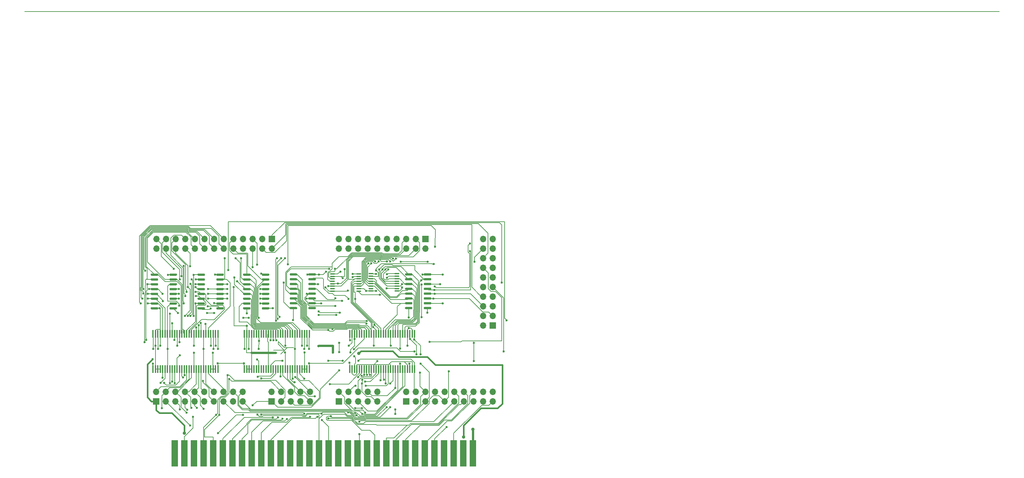
<source format=gtl>
G04 #@! TF.GenerationSoftware,KiCad,Pcbnew,(5.1.12-1-10_14)*
G04 #@! TF.CreationDate,2023-09-30T13:24:09-06:00*
G04 #@! TF.ProjectId,GenMemBlock,47656e4d-656d-4426-9c6f-636b2e6b6963,rev?*
G04 #@! TF.SameCoordinates,Original*
G04 #@! TF.FileFunction,Copper,L1,Top*
G04 #@! TF.FilePolarity,Positive*
%FSLAX46Y46*%
G04 Gerber Fmt 4.6, Leading zero omitted, Abs format (unit mm)*
G04 Created by KiCad (PCBNEW (5.1.12-1-10_14)) date 2023-09-30 13:24:09*
%MOMM*%
%LPD*%
G01*
G04 APERTURE LIST*
G04 #@! TA.AperFunction,SMDPad,CuDef*
%ADD10R,1.778000X6.985000*%
G04 #@! TD*
G04 #@! TA.AperFunction,SMDPad,CuDef*
%ADD11R,1.200000X0.400000*%
G04 #@! TD*
G04 #@! TA.AperFunction,SMDPad,CuDef*
%ADD12R,0.406400X2.044700*%
G04 #@! TD*
G04 #@! TA.AperFunction,ComponentPad*
%ADD13O,1.700000X1.700000*%
G04 #@! TD*
G04 #@! TA.AperFunction,ComponentPad*
%ADD14R,1.700000X1.700000*%
G04 #@! TD*
G04 #@! TA.AperFunction,ViaPad*
%ADD15C,0.600000*%
G04 #@! TD*
G04 #@! TA.AperFunction,ViaPad*
%ADD16C,0.900000*%
G04 #@! TD*
G04 #@! TA.AperFunction,Conductor*
%ADD17C,0.127000*%
G04 #@! TD*
G04 #@! TA.AperFunction,Conductor*
%ADD18C,0.150000*%
G04 #@! TD*
G04 #@! TA.AperFunction,Conductor*
%ADD19C,0.400000*%
G04 #@! TD*
G04 #@! TA.AperFunction,Conductor*
%ADD20C,0.600000*%
G04 #@! TD*
G04 APERTURE END LIST*
D10*
X40640000Y-130810000D03*
X43180000Y-130810000D03*
X45720000Y-130810000D03*
X48260000Y-130810000D03*
X50800000Y-130810000D03*
X53340000Y-130810000D03*
X55880000Y-130810000D03*
X58420000Y-130810000D03*
X60960000Y-130810000D03*
X63500000Y-130810000D03*
X66040000Y-130810000D03*
X68580000Y-130810000D03*
X71120000Y-130810000D03*
X73660000Y-130810000D03*
X76200000Y-130810000D03*
X78740000Y-130810000D03*
X81280000Y-130810000D03*
X83820000Y-130810000D03*
X86360000Y-130810000D03*
X88900000Y-130810000D03*
X91440000Y-130810000D03*
X93980000Y-130810000D03*
X96520000Y-130810000D03*
X99060000Y-130810000D03*
X101600000Y-130810000D03*
X104140000Y-130810000D03*
X106680000Y-130810000D03*
X109220000Y-130810000D03*
X111760000Y-130810000D03*
X114300000Y-130810000D03*
X116840000Y-130810000D03*
X119380000Y-130810000D03*
D11*
X99309600Y-83335200D03*
X99309600Y-83985200D03*
X99309600Y-84635200D03*
X99309600Y-85285200D03*
X99309600Y-85935200D03*
X99309600Y-86585200D03*
X99309600Y-87235200D03*
X99309600Y-87885200D03*
X92409600Y-87885200D03*
X92409600Y-87235200D03*
X92409600Y-86585200D03*
X92409600Y-85935200D03*
X92409600Y-85285200D03*
X92409600Y-84635200D03*
X92409600Y-83985200D03*
X92409600Y-83335200D03*
X89200400Y-83373800D03*
X89200400Y-84023800D03*
X89200400Y-84673800D03*
X89200400Y-85323800D03*
X89200400Y-85973800D03*
X89200400Y-86623800D03*
X89200400Y-87273800D03*
X89200400Y-87923800D03*
X82300400Y-87923800D03*
X82300400Y-87273800D03*
X82300400Y-86623800D03*
X82300400Y-85973800D03*
X82300400Y-85323800D03*
X82300400Y-84673800D03*
X82300400Y-84023800D03*
X82300400Y-83373800D03*
D12*
X103944500Y-99218750D03*
X103309500Y-99218750D03*
X102674500Y-99218750D03*
X102039500Y-99218750D03*
X101404500Y-99218750D03*
X100769500Y-99218750D03*
X100134500Y-99218750D03*
X99499500Y-99218750D03*
X98864500Y-99218750D03*
X98229500Y-99218750D03*
X97594500Y-99218750D03*
X96959500Y-99218750D03*
X96324500Y-99218750D03*
X95689500Y-99218750D03*
X95054500Y-99218750D03*
X94419500Y-99218750D03*
X93784500Y-99218750D03*
X93149500Y-99218750D03*
X92514500Y-99218750D03*
X91879500Y-99218750D03*
X91244500Y-99218750D03*
X90609500Y-99218750D03*
X89974500Y-99218750D03*
X89339500Y-99218750D03*
X88704500Y-99218750D03*
X88069500Y-99218750D03*
X87434500Y-99218750D03*
X86799500Y-99218750D03*
X86799500Y-108553250D03*
X87434500Y-108553250D03*
X88069500Y-108553250D03*
X88704500Y-108553250D03*
X89339500Y-108553250D03*
X89974500Y-108553250D03*
X90609500Y-108553250D03*
X91244500Y-108553250D03*
X91879500Y-108553250D03*
X92514500Y-108553250D03*
X93149500Y-108553250D03*
X93784500Y-108553250D03*
X94419500Y-108553250D03*
X95054500Y-108553250D03*
X95689500Y-108553250D03*
X96324500Y-108553250D03*
X96959500Y-108553250D03*
X97594500Y-108553250D03*
X98229500Y-108553250D03*
X98864500Y-108553250D03*
X99499500Y-108553250D03*
X100134500Y-108553250D03*
X100769500Y-108553250D03*
X101404500Y-108553250D03*
X102039500Y-108553250D03*
X102674500Y-108553250D03*
X103309500Y-108553250D03*
X103944500Y-108553250D03*
X52006500Y-108553250D03*
X51371500Y-108553250D03*
X50736500Y-108553250D03*
X50101500Y-108553250D03*
X49466500Y-108553250D03*
X48831500Y-108553250D03*
X48196500Y-108553250D03*
X47561500Y-108553250D03*
X46926500Y-108553250D03*
X46291500Y-108553250D03*
X45656500Y-108553250D03*
X45021500Y-108553250D03*
X44386500Y-108553250D03*
X43751500Y-108553250D03*
X43116500Y-108553250D03*
X42481500Y-108553250D03*
X41846500Y-108553250D03*
X41211500Y-108553250D03*
X40576500Y-108553250D03*
X39941500Y-108553250D03*
X39306500Y-108553250D03*
X38671500Y-108553250D03*
X38036500Y-108553250D03*
X37401500Y-108553250D03*
X36766500Y-108553250D03*
X36131500Y-108553250D03*
X35496500Y-108553250D03*
X34861500Y-108553250D03*
X34861500Y-99218750D03*
X35496500Y-99218750D03*
X36131500Y-99218750D03*
X36766500Y-99218750D03*
X37401500Y-99218750D03*
X38036500Y-99218750D03*
X38671500Y-99218750D03*
X39306500Y-99218750D03*
X39941500Y-99218750D03*
X40576500Y-99218750D03*
X41211500Y-99218750D03*
X41846500Y-99218750D03*
X42481500Y-99218750D03*
X43116500Y-99218750D03*
X43751500Y-99218750D03*
X44386500Y-99218750D03*
X45021500Y-99218750D03*
X45656500Y-99218750D03*
X46291500Y-99218750D03*
X46926500Y-99218750D03*
X47561500Y-99218750D03*
X48196500Y-99218750D03*
X48831500Y-99218750D03*
X49466500Y-99218750D03*
X50101500Y-99218750D03*
X50736500Y-99218750D03*
X51371500Y-99218750D03*
X52006500Y-99218750D03*
X76139900Y-99218750D03*
X75504900Y-99218750D03*
X74869900Y-99218750D03*
X74234900Y-99218750D03*
X73599900Y-99218750D03*
X72964900Y-99218750D03*
X72329900Y-99218750D03*
X71694900Y-99218750D03*
X71059900Y-99218750D03*
X70424900Y-99218750D03*
X69789900Y-99218750D03*
X69154900Y-99218750D03*
X68519900Y-99218750D03*
X67884900Y-99218750D03*
X67249900Y-99218750D03*
X66614900Y-99218750D03*
X65979900Y-99218750D03*
X65344900Y-99218750D03*
X64709900Y-99218750D03*
X64074900Y-99218750D03*
X63439900Y-99218750D03*
X62804900Y-99218750D03*
X62169900Y-99218750D03*
X61534900Y-99218750D03*
X60899900Y-99218750D03*
X60264900Y-99218750D03*
X59629900Y-99218750D03*
X58994900Y-99218750D03*
X58994900Y-108553250D03*
X59629900Y-108553250D03*
X60264900Y-108553250D03*
X60899900Y-108553250D03*
X61534900Y-108553250D03*
X62169900Y-108553250D03*
X62804900Y-108553250D03*
X63439900Y-108553250D03*
X64074900Y-108553250D03*
X64709900Y-108553250D03*
X65344900Y-108553250D03*
X65979900Y-108553250D03*
X66614900Y-108553250D03*
X67249900Y-108553250D03*
X67884900Y-108553250D03*
X68519900Y-108553250D03*
X69154900Y-108553250D03*
X69789900Y-108553250D03*
X70424900Y-108553250D03*
X71059900Y-108553250D03*
X71694900Y-108553250D03*
X72329900Y-108553250D03*
X72964900Y-108553250D03*
X73599900Y-108553250D03*
X74234900Y-108553250D03*
X74869900Y-108553250D03*
X75504900Y-108553250D03*
X76139900Y-108553250D03*
D13*
X35789000Y-76690000D03*
X35789000Y-74150000D03*
X38329000Y-76690000D03*
X38329000Y-74150000D03*
X40869000Y-76690000D03*
X40869000Y-74150000D03*
X43409000Y-76690000D03*
X43409000Y-74150000D03*
X45949000Y-76690000D03*
X45949000Y-74150000D03*
X48489000Y-76690000D03*
X48489000Y-74150000D03*
X51029000Y-76690000D03*
X51029000Y-74150000D03*
X53569000Y-76690000D03*
X53569000Y-74150000D03*
X56109000Y-76690000D03*
X56109000Y-74150000D03*
X58649000Y-76690000D03*
X58649000Y-74150000D03*
X61189000Y-76690000D03*
X61189000Y-74150000D03*
X63729000Y-76690000D03*
X63729000Y-74150000D03*
X66269000Y-76690000D03*
D14*
X66269000Y-74150000D03*
X66167000Y-117043200D03*
D13*
X66167000Y-114503200D03*
X68707000Y-117043200D03*
X68707000Y-114503200D03*
X71247000Y-117043200D03*
X71247000Y-114503200D03*
X73787000Y-117043200D03*
X73787000Y-114503200D03*
X76327000Y-117043200D03*
X76327000Y-114503200D03*
X94107000Y-114503200D03*
X94107000Y-117043200D03*
X91567000Y-114503200D03*
X91567000Y-117043200D03*
X89027000Y-114503200D03*
X89027000Y-117043200D03*
X86487000Y-114503200D03*
X86487000Y-117043200D03*
X83947000Y-114503200D03*
D14*
X83947000Y-117043200D03*
X101727000Y-117043200D03*
D13*
X101727000Y-114503200D03*
X104267000Y-117043200D03*
X104267000Y-114503200D03*
X106807000Y-117043200D03*
X106807000Y-114503200D03*
X109347000Y-117043200D03*
X109347000Y-114503200D03*
X111887000Y-117043200D03*
X111887000Y-114503200D03*
X114427000Y-117043200D03*
X114427000Y-114503200D03*
X116967000Y-117043200D03*
X116967000Y-114503200D03*
X119507000Y-117043200D03*
X119507000Y-114503200D03*
X122047000Y-117043200D03*
X122047000Y-114503200D03*
X124587000Y-117043200D03*
X124587000Y-114503200D03*
X58572400Y-114503200D03*
X58572400Y-117043200D03*
X56032400Y-114503200D03*
X56032400Y-117043200D03*
X53492400Y-114503200D03*
X53492400Y-117043200D03*
X50952400Y-114503200D03*
X50952400Y-117043200D03*
X48412400Y-114503200D03*
X48412400Y-117043200D03*
X45872400Y-114503200D03*
X45872400Y-117043200D03*
X43332400Y-114503200D03*
X43332400Y-117043200D03*
X40792400Y-114503200D03*
X40792400Y-117043200D03*
X38252400Y-114503200D03*
X38252400Y-117043200D03*
X35712400Y-114503200D03*
D14*
X35712400Y-117043200D03*
D13*
X83921600Y-76690000D03*
X83921600Y-74150000D03*
X86461600Y-76690000D03*
X86461600Y-74150000D03*
X89001600Y-76690000D03*
X89001600Y-74150000D03*
X91541600Y-76690000D03*
X91541600Y-74150000D03*
X94081600Y-76690000D03*
X94081600Y-74150000D03*
X96621600Y-76690000D03*
X96621600Y-74150000D03*
X99161600Y-76690000D03*
X99161600Y-74150000D03*
X101701600Y-76690000D03*
X101701600Y-74150000D03*
X104241600Y-76690000D03*
X104241600Y-74150000D03*
X106781600Y-76690000D03*
D14*
X106781600Y-74150000D03*
D13*
X122037000Y-74140000D03*
X124577000Y-74140000D03*
X122037000Y-76680000D03*
X124577000Y-76680000D03*
X122037000Y-79220000D03*
X124577000Y-79220000D03*
X122037000Y-81760000D03*
X124577000Y-81760000D03*
X122037000Y-84300000D03*
X124577000Y-84300000D03*
X122037000Y-86840000D03*
X124577000Y-86840000D03*
X122037000Y-89380000D03*
X124577000Y-89380000D03*
X122037000Y-91920000D03*
X124577000Y-91920000D03*
X122037000Y-94460000D03*
X124577000Y-94460000D03*
X122037000Y-97000000D03*
D14*
X124577000Y-97000000D03*
G04 #@! TA.AperFunction,SMDPad,CuDef*
G36*
G01*
X39219000Y-83716000D02*
X39219000Y-83416000D01*
G75*
G02*
X39369000Y-83266000I150000J0D01*
G01*
X41019000Y-83266000D01*
G75*
G02*
X41169000Y-83416000I0J-150000D01*
G01*
X41169000Y-83716000D01*
G75*
G02*
X41019000Y-83866000I-150000J0D01*
G01*
X39369000Y-83866000D01*
G75*
G02*
X39219000Y-83716000I0J150000D01*
G01*
G37*
G04 #@! TD.AperFunction*
G04 #@! TA.AperFunction,SMDPad,CuDef*
G36*
G01*
X39219000Y-84986000D02*
X39219000Y-84686000D01*
G75*
G02*
X39369000Y-84536000I150000J0D01*
G01*
X41019000Y-84536000D01*
G75*
G02*
X41169000Y-84686000I0J-150000D01*
G01*
X41169000Y-84986000D01*
G75*
G02*
X41019000Y-85136000I-150000J0D01*
G01*
X39369000Y-85136000D01*
G75*
G02*
X39219000Y-84986000I0J150000D01*
G01*
G37*
G04 #@! TD.AperFunction*
G04 #@! TA.AperFunction,SMDPad,CuDef*
G36*
G01*
X39219000Y-86256000D02*
X39219000Y-85956000D01*
G75*
G02*
X39369000Y-85806000I150000J0D01*
G01*
X41019000Y-85806000D01*
G75*
G02*
X41169000Y-85956000I0J-150000D01*
G01*
X41169000Y-86256000D01*
G75*
G02*
X41019000Y-86406000I-150000J0D01*
G01*
X39369000Y-86406000D01*
G75*
G02*
X39219000Y-86256000I0J150000D01*
G01*
G37*
G04 #@! TD.AperFunction*
G04 #@! TA.AperFunction,SMDPad,CuDef*
G36*
G01*
X39219000Y-87526000D02*
X39219000Y-87226000D01*
G75*
G02*
X39369000Y-87076000I150000J0D01*
G01*
X41019000Y-87076000D01*
G75*
G02*
X41169000Y-87226000I0J-150000D01*
G01*
X41169000Y-87526000D01*
G75*
G02*
X41019000Y-87676000I-150000J0D01*
G01*
X39369000Y-87676000D01*
G75*
G02*
X39219000Y-87526000I0J150000D01*
G01*
G37*
G04 #@! TD.AperFunction*
G04 #@! TA.AperFunction,SMDPad,CuDef*
G36*
G01*
X39219000Y-88796000D02*
X39219000Y-88496000D01*
G75*
G02*
X39369000Y-88346000I150000J0D01*
G01*
X41019000Y-88346000D01*
G75*
G02*
X41169000Y-88496000I0J-150000D01*
G01*
X41169000Y-88796000D01*
G75*
G02*
X41019000Y-88946000I-150000J0D01*
G01*
X39369000Y-88946000D01*
G75*
G02*
X39219000Y-88796000I0J150000D01*
G01*
G37*
G04 #@! TD.AperFunction*
G04 #@! TA.AperFunction,SMDPad,CuDef*
G36*
G01*
X39219000Y-90066000D02*
X39219000Y-89766000D01*
G75*
G02*
X39369000Y-89616000I150000J0D01*
G01*
X41019000Y-89616000D01*
G75*
G02*
X41169000Y-89766000I0J-150000D01*
G01*
X41169000Y-90066000D01*
G75*
G02*
X41019000Y-90216000I-150000J0D01*
G01*
X39369000Y-90216000D01*
G75*
G02*
X39219000Y-90066000I0J150000D01*
G01*
G37*
G04 #@! TD.AperFunction*
G04 #@! TA.AperFunction,SMDPad,CuDef*
G36*
G01*
X39219000Y-91336000D02*
X39219000Y-91036000D01*
G75*
G02*
X39369000Y-90886000I150000J0D01*
G01*
X41019000Y-90886000D01*
G75*
G02*
X41169000Y-91036000I0J-150000D01*
G01*
X41169000Y-91336000D01*
G75*
G02*
X41019000Y-91486000I-150000J0D01*
G01*
X39369000Y-91486000D01*
G75*
G02*
X39219000Y-91336000I0J150000D01*
G01*
G37*
G04 #@! TD.AperFunction*
G04 #@! TA.AperFunction,SMDPad,CuDef*
G36*
G01*
X39219000Y-92606000D02*
X39219000Y-92306000D01*
G75*
G02*
X39369000Y-92156000I150000J0D01*
G01*
X41019000Y-92156000D01*
G75*
G02*
X41169000Y-92306000I0J-150000D01*
G01*
X41169000Y-92606000D01*
G75*
G02*
X41019000Y-92756000I-150000J0D01*
G01*
X39369000Y-92756000D01*
G75*
G02*
X39219000Y-92606000I0J150000D01*
G01*
G37*
G04 #@! TD.AperFunction*
G04 #@! TA.AperFunction,SMDPad,CuDef*
G36*
G01*
X34269000Y-92606000D02*
X34269000Y-92306000D01*
G75*
G02*
X34419000Y-92156000I150000J0D01*
G01*
X36069000Y-92156000D01*
G75*
G02*
X36219000Y-92306000I0J-150000D01*
G01*
X36219000Y-92606000D01*
G75*
G02*
X36069000Y-92756000I-150000J0D01*
G01*
X34419000Y-92756000D01*
G75*
G02*
X34269000Y-92606000I0J150000D01*
G01*
G37*
G04 #@! TD.AperFunction*
G04 #@! TA.AperFunction,SMDPad,CuDef*
G36*
G01*
X34269000Y-91336000D02*
X34269000Y-91036000D01*
G75*
G02*
X34419000Y-90886000I150000J0D01*
G01*
X36069000Y-90886000D01*
G75*
G02*
X36219000Y-91036000I0J-150000D01*
G01*
X36219000Y-91336000D01*
G75*
G02*
X36069000Y-91486000I-150000J0D01*
G01*
X34419000Y-91486000D01*
G75*
G02*
X34269000Y-91336000I0J150000D01*
G01*
G37*
G04 #@! TD.AperFunction*
G04 #@! TA.AperFunction,SMDPad,CuDef*
G36*
G01*
X34269000Y-90066000D02*
X34269000Y-89766000D01*
G75*
G02*
X34419000Y-89616000I150000J0D01*
G01*
X36069000Y-89616000D01*
G75*
G02*
X36219000Y-89766000I0J-150000D01*
G01*
X36219000Y-90066000D01*
G75*
G02*
X36069000Y-90216000I-150000J0D01*
G01*
X34419000Y-90216000D01*
G75*
G02*
X34269000Y-90066000I0J150000D01*
G01*
G37*
G04 #@! TD.AperFunction*
G04 #@! TA.AperFunction,SMDPad,CuDef*
G36*
G01*
X34269000Y-88796000D02*
X34269000Y-88496000D01*
G75*
G02*
X34419000Y-88346000I150000J0D01*
G01*
X36069000Y-88346000D01*
G75*
G02*
X36219000Y-88496000I0J-150000D01*
G01*
X36219000Y-88796000D01*
G75*
G02*
X36069000Y-88946000I-150000J0D01*
G01*
X34419000Y-88946000D01*
G75*
G02*
X34269000Y-88796000I0J150000D01*
G01*
G37*
G04 #@! TD.AperFunction*
G04 #@! TA.AperFunction,SMDPad,CuDef*
G36*
G01*
X34269000Y-87526000D02*
X34269000Y-87226000D01*
G75*
G02*
X34419000Y-87076000I150000J0D01*
G01*
X36069000Y-87076000D01*
G75*
G02*
X36219000Y-87226000I0J-150000D01*
G01*
X36219000Y-87526000D01*
G75*
G02*
X36069000Y-87676000I-150000J0D01*
G01*
X34419000Y-87676000D01*
G75*
G02*
X34269000Y-87526000I0J150000D01*
G01*
G37*
G04 #@! TD.AperFunction*
G04 #@! TA.AperFunction,SMDPad,CuDef*
G36*
G01*
X34269000Y-86256000D02*
X34269000Y-85956000D01*
G75*
G02*
X34419000Y-85806000I150000J0D01*
G01*
X36069000Y-85806000D01*
G75*
G02*
X36219000Y-85956000I0J-150000D01*
G01*
X36219000Y-86256000D01*
G75*
G02*
X36069000Y-86406000I-150000J0D01*
G01*
X34419000Y-86406000D01*
G75*
G02*
X34269000Y-86256000I0J150000D01*
G01*
G37*
G04 #@! TD.AperFunction*
G04 #@! TA.AperFunction,SMDPad,CuDef*
G36*
G01*
X34269000Y-84986000D02*
X34269000Y-84686000D01*
G75*
G02*
X34419000Y-84536000I150000J0D01*
G01*
X36069000Y-84536000D01*
G75*
G02*
X36219000Y-84686000I0J-150000D01*
G01*
X36219000Y-84986000D01*
G75*
G02*
X36069000Y-85136000I-150000J0D01*
G01*
X34419000Y-85136000D01*
G75*
G02*
X34269000Y-84986000I0J150000D01*
G01*
G37*
G04 #@! TD.AperFunction*
G04 #@! TA.AperFunction,SMDPad,CuDef*
G36*
G01*
X34269000Y-83716000D02*
X34269000Y-83416000D01*
G75*
G02*
X34419000Y-83266000I150000J0D01*
G01*
X36069000Y-83266000D01*
G75*
G02*
X36219000Y-83416000I0J-150000D01*
G01*
X36219000Y-83716000D01*
G75*
G02*
X36069000Y-83866000I-150000J0D01*
G01*
X34419000Y-83866000D01*
G75*
G02*
X34269000Y-83716000I0J150000D01*
G01*
G37*
G04 #@! TD.AperFunction*
G04 #@! TA.AperFunction,SMDPad,CuDef*
G36*
G01*
X63615700Y-83716000D02*
X63615700Y-83416000D01*
G75*
G02*
X63765700Y-83266000I150000J0D01*
G01*
X65415700Y-83266000D01*
G75*
G02*
X65565700Y-83416000I0J-150000D01*
G01*
X65565700Y-83716000D01*
G75*
G02*
X65415700Y-83866000I-150000J0D01*
G01*
X63765700Y-83866000D01*
G75*
G02*
X63615700Y-83716000I0J150000D01*
G01*
G37*
G04 #@! TD.AperFunction*
G04 #@! TA.AperFunction,SMDPad,CuDef*
G36*
G01*
X63615700Y-84986000D02*
X63615700Y-84686000D01*
G75*
G02*
X63765700Y-84536000I150000J0D01*
G01*
X65415700Y-84536000D01*
G75*
G02*
X65565700Y-84686000I0J-150000D01*
G01*
X65565700Y-84986000D01*
G75*
G02*
X65415700Y-85136000I-150000J0D01*
G01*
X63765700Y-85136000D01*
G75*
G02*
X63615700Y-84986000I0J150000D01*
G01*
G37*
G04 #@! TD.AperFunction*
G04 #@! TA.AperFunction,SMDPad,CuDef*
G36*
G01*
X63615700Y-86256000D02*
X63615700Y-85956000D01*
G75*
G02*
X63765700Y-85806000I150000J0D01*
G01*
X65415700Y-85806000D01*
G75*
G02*
X65565700Y-85956000I0J-150000D01*
G01*
X65565700Y-86256000D01*
G75*
G02*
X65415700Y-86406000I-150000J0D01*
G01*
X63765700Y-86406000D01*
G75*
G02*
X63615700Y-86256000I0J150000D01*
G01*
G37*
G04 #@! TD.AperFunction*
G04 #@! TA.AperFunction,SMDPad,CuDef*
G36*
G01*
X63615700Y-87526000D02*
X63615700Y-87226000D01*
G75*
G02*
X63765700Y-87076000I150000J0D01*
G01*
X65415700Y-87076000D01*
G75*
G02*
X65565700Y-87226000I0J-150000D01*
G01*
X65565700Y-87526000D01*
G75*
G02*
X65415700Y-87676000I-150000J0D01*
G01*
X63765700Y-87676000D01*
G75*
G02*
X63615700Y-87526000I0J150000D01*
G01*
G37*
G04 #@! TD.AperFunction*
G04 #@! TA.AperFunction,SMDPad,CuDef*
G36*
G01*
X63615700Y-88796000D02*
X63615700Y-88496000D01*
G75*
G02*
X63765700Y-88346000I150000J0D01*
G01*
X65415700Y-88346000D01*
G75*
G02*
X65565700Y-88496000I0J-150000D01*
G01*
X65565700Y-88796000D01*
G75*
G02*
X65415700Y-88946000I-150000J0D01*
G01*
X63765700Y-88946000D01*
G75*
G02*
X63615700Y-88796000I0J150000D01*
G01*
G37*
G04 #@! TD.AperFunction*
G04 #@! TA.AperFunction,SMDPad,CuDef*
G36*
G01*
X63615700Y-90066000D02*
X63615700Y-89766000D01*
G75*
G02*
X63765700Y-89616000I150000J0D01*
G01*
X65415700Y-89616000D01*
G75*
G02*
X65565700Y-89766000I0J-150000D01*
G01*
X65565700Y-90066000D01*
G75*
G02*
X65415700Y-90216000I-150000J0D01*
G01*
X63765700Y-90216000D01*
G75*
G02*
X63615700Y-90066000I0J150000D01*
G01*
G37*
G04 #@! TD.AperFunction*
G04 #@! TA.AperFunction,SMDPad,CuDef*
G36*
G01*
X63615700Y-91336000D02*
X63615700Y-91036000D01*
G75*
G02*
X63765700Y-90886000I150000J0D01*
G01*
X65415700Y-90886000D01*
G75*
G02*
X65565700Y-91036000I0J-150000D01*
G01*
X65565700Y-91336000D01*
G75*
G02*
X65415700Y-91486000I-150000J0D01*
G01*
X63765700Y-91486000D01*
G75*
G02*
X63615700Y-91336000I0J150000D01*
G01*
G37*
G04 #@! TD.AperFunction*
G04 #@! TA.AperFunction,SMDPad,CuDef*
G36*
G01*
X63615700Y-92606000D02*
X63615700Y-92306000D01*
G75*
G02*
X63765700Y-92156000I150000J0D01*
G01*
X65415700Y-92156000D01*
G75*
G02*
X65565700Y-92306000I0J-150000D01*
G01*
X65565700Y-92606000D01*
G75*
G02*
X65415700Y-92756000I-150000J0D01*
G01*
X63765700Y-92756000D01*
G75*
G02*
X63615700Y-92606000I0J150000D01*
G01*
G37*
G04 #@! TD.AperFunction*
G04 #@! TA.AperFunction,SMDPad,CuDef*
G36*
G01*
X58665700Y-92606000D02*
X58665700Y-92306000D01*
G75*
G02*
X58815700Y-92156000I150000J0D01*
G01*
X60465700Y-92156000D01*
G75*
G02*
X60615700Y-92306000I0J-150000D01*
G01*
X60615700Y-92606000D01*
G75*
G02*
X60465700Y-92756000I-150000J0D01*
G01*
X58815700Y-92756000D01*
G75*
G02*
X58665700Y-92606000I0J150000D01*
G01*
G37*
G04 #@! TD.AperFunction*
G04 #@! TA.AperFunction,SMDPad,CuDef*
G36*
G01*
X58665700Y-91336000D02*
X58665700Y-91036000D01*
G75*
G02*
X58815700Y-90886000I150000J0D01*
G01*
X60465700Y-90886000D01*
G75*
G02*
X60615700Y-91036000I0J-150000D01*
G01*
X60615700Y-91336000D01*
G75*
G02*
X60465700Y-91486000I-150000J0D01*
G01*
X58815700Y-91486000D01*
G75*
G02*
X58665700Y-91336000I0J150000D01*
G01*
G37*
G04 #@! TD.AperFunction*
G04 #@! TA.AperFunction,SMDPad,CuDef*
G36*
G01*
X58665700Y-90066000D02*
X58665700Y-89766000D01*
G75*
G02*
X58815700Y-89616000I150000J0D01*
G01*
X60465700Y-89616000D01*
G75*
G02*
X60615700Y-89766000I0J-150000D01*
G01*
X60615700Y-90066000D01*
G75*
G02*
X60465700Y-90216000I-150000J0D01*
G01*
X58815700Y-90216000D01*
G75*
G02*
X58665700Y-90066000I0J150000D01*
G01*
G37*
G04 #@! TD.AperFunction*
G04 #@! TA.AperFunction,SMDPad,CuDef*
G36*
G01*
X58665700Y-88796000D02*
X58665700Y-88496000D01*
G75*
G02*
X58815700Y-88346000I150000J0D01*
G01*
X60465700Y-88346000D01*
G75*
G02*
X60615700Y-88496000I0J-150000D01*
G01*
X60615700Y-88796000D01*
G75*
G02*
X60465700Y-88946000I-150000J0D01*
G01*
X58815700Y-88946000D01*
G75*
G02*
X58665700Y-88796000I0J150000D01*
G01*
G37*
G04 #@! TD.AperFunction*
G04 #@! TA.AperFunction,SMDPad,CuDef*
G36*
G01*
X58665700Y-87526000D02*
X58665700Y-87226000D01*
G75*
G02*
X58815700Y-87076000I150000J0D01*
G01*
X60465700Y-87076000D01*
G75*
G02*
X60615700Y-87226000I0J-150000D01*
G01*
X60615700Y-87526000D01*
G75*
G02*
X60465700Y-87676000I-150000J0D01*
G01*
X58815700Y-87676000D01*
G75*
G02*
X58665700Y-87526000I0J150000D01*
G01*
G37*
G04 #@! TD.AperFunction*
G04 #@! TA.AperFunction,SMDPad,CuDef*
G36*
G01*
X58665700Y-86256000D02*
X58665700Y-85956000D01*
G75*
G02*
X58815700Y-85806000I150000J0D01*
G01*
X60465700Y-85806000D01*
G75*
G02*
X60615700Y-85956000I0J-150000D01*
G01*
X60615700Y-86256000D01*
G75*
G02*
X60465700Y-86406000I-150000J0D01*
G01*
X58815700Y-86406000D01*
G75*
G02*
X58665700Y-86256000I0J150000D01*
G01*
G37*
G04 #@! TD.AperFunction*
G04 #@! TA.AperFunction,SMDPad,CuDef*
G36*
G01*
X58665700Y-84986000D02*
X58665700Y-84686000D01*
G75*
G02*
X58815700Y-84536000I150000J0D01*
G01*
X60465700Y-84536000D01*
G75*
G02*
X60615700Y-84686000I0J-150000D01*
G01*
X60615700Y-84986000D01*
G75*
G02*
X60465700Y-85136000I-150000J0D01*
G01*
X58815700Y-85136000D01*
G75*
G02*
X58665700Y-84986000I0J150000D01*
G01*
G37*
G04 #@! TD.AperFunction*
G04 #@! TA.AperFunction,SMDPad,CuDef*
G36*
G01*
X58665700Y-83716000D02*
X58665700Y-83416000D01*
G75*
G02*
X58815700Y-83266000I150000J0D01*
G01*
X60465700Y-83266000D01*
G75*
G02*
X60615700Y-83416000I0J-150000D01*
G01*
X60615700Y-83716000D01*
G75*
G02*
X60465700Y-83866000I-150000J0D01*
G01*
X58815700Y-83866000D01*
G75*
G02*
X58665700Y-83716000I0J150000D01*
G01*
G37*
G04 #@! TD.AperFunction*
G04 #@! TA.AperFunction,SMDPad,CuDef*
G36*
G01*
X51601500Y-83716000D02*
X51601500Y-83416000D01*
G75*
G02*
X51751500Y-83266000I150000J0D01*
G01*
X53401500Y-83266000D01*
G75*
G02*
X53551500Y-83416000I0J-150000D01*
G01*
X53551500Y-83716000D01*
G75*
G02*
X53401500Y-83866000I-150000J0D01*
G01*
X51751500Y-83866000D01*
G75*
G02*
X51601500Y-83716000I0J150000D01*
G01*
G37*
G04 #@! TD.AperFunction*
G04 #@! TA.AperFunction,SMDPad,CuDef*
G36*
G01*
X51601500Y-84986000D02*
X51601500Y-84686000D01*
G75*
G02*
X51751500Y-84536000I150000J0D01*
G01*
X53401500Y-84536000D01*
G75*
G02*
X53551500Y-84686000I0J-150000D01*
G01*
X53551500Y-84986000D01*
G75*
G02*
X53401500Y-85136000I-150000J0D01*
G01*
X51751500Y-85136000D01*
G75*
G02*
X51601500Y-84986000I0J150000D01*
G01*
G37*
G04 #@! TD.AperFunction*
G04 #@! TA.AperFunction,SMDPad,CuDef*
G36*
G01*
X51601500Y-86256000D02*
X51601500Y-85956000D01*
G75*
G02*
X51751500Y-85806000I150000J0D01*
G01*
X53401500Y-85806000D01*
G75*
G02*
X53551500Y-85956000I0J-150000D01*
G01*
X53551500Y-86256000D01*
G75*
G02*
X53401500Y-86406000I-150000J0D01*
G01*
X51751500Y-86406000D01*
G75*
G02*
X51601500Y-86256000I0J150000D01*
G01*
G37*
G04 #@! TD.AperFunction*
G04 #@! TA.AperFunction,SMDPad,CuDef*
G36*
G01*
X51601500Y-87526000D02*
X51601500Y-87226000D01*
G75*
G02*
X51751500Y-87076000I150000J0D01*
G01*
X53401500Y-87076000D01*
G75*
G02*
X53551500Y-87226000I0J-150000D01*
G01*
X53551500Y-87526000D01*
G75*
G02*
X53401500Y-87676000I-150000J0D01*
G01*
X51751500Y-87676000D01*
G75*
G02*
X51601500Y-87526000I0J150000D01*
G01*
G37*
G04 #@! TD.AperFunction*
G04 #@! TA.AperFunction,SMDPad,CuDef*
G36*
G01*
X51601500Y-88796000D02*
X51601500Y-88496000D01*
G75*
G02*
X51751500Y-88346000I150000J0D01*
G01*
X53401500Y-88346000D01*
G75*
G02*
X53551500Y-88496000I0J-150000D01*
G01*
X53551500Y-88796000D01*
G75*
G02*
X53401500Y-88946000I-150000J0D01*
G01*
X51751500Y-88946000D01*
G75*
G02*
X51601500Y-88796000I0J150000D01*
G01*
G37*
G04 #@! TD.AperFunction*
G04 #@! TA.AperFunction,SMDPad,CuDef*
G36*
G01*
X51601500Y-90066000D02*
X51601500Y-89766000D01*
G75*
G02*
X51751500Y-89616000I150000J0D01*
G01*
X53401500Y-89616000D01*
G75*
G02*
X53551500Y-89766000I0J-150000D01*
G01*
X53551500Y-90066000D01*
G75*
G02*
X53401500Y-90216000I-150000J0D01*
G01*
X51751500Y-90216000D01*
G75*
G02*
X51601500Y-90066000I0J150000D01*
G01*
G37*
G04 #@! TD.AperFunction*
G04 #@! TA.AperFunction,SMDPad,CuDef*
G36*
G01*
X51601500Y-91336000D02*
X51601500Y-91036000D01*
G75*
G02*
X51751500Y-90886000I150000J0D01*
G01*
X53401500Y-90886000D01*
G75*
G02*
X53551500Y-91036000I0J-150000D01*
G01*
X53551500Y-91336000D01*
G75*
G02*
X53401500Y-91486000I-150000J0D01*
G01*
X51751500Y-91486000D01*
G75*
G02*
X51601500Y-91336000I0J150000D01*
G01*
G37*
G04 #@! TD.AperFunction*
G04 #@! TA.AperFunction,SMDPad,CuDef*
G36*
G01*
X51601500Y-92606000D02*
X51601500Y-92306000D01*
G75*
G02*
X51751500Y-92156000I150000J0D01*
G01*
X53401500Y-92156000D01*
G75*
G02*
X53551500Y-92306000I0J-150000D01*
G01*
X53551500Y-92606000D01*
G75*
G02*
X53401500Y-92756000I-150000J0D01*
G01*
X51751500Y-92756000D01*
G75*
G02*
X51601500Y-92606000I0J150000D01*
G01*
G37*
G04 #@! TD.AperFunction*
G04 #@! TA.AperFunction,SMDPad,CuDef*
G36*
G01*
X46651500Y-92606000D02*
X46651500Y-92306000D01*
G75*
G02*
X46801500Y-92156000I150000J0D01*
G01*
X48451500Y-92156000D01*
G75*
G02*
X48601500Y-92306000I0J-150000D01*
G01*
X48601500Y-92606000D01*
G75*
G02*
X48451500Y-92756000I-150000J0D01*
G01*
X46801500Y-92756000D01*
G75*
G02*
X46651500Y-92606000I0J150000D01*
G01*
G37*
G04 #@! TD.AperFunction*
G04 #@! TA.AperFunction,SMDPad,CuDef*
G36*
G01*
X46651500Y-91336000D02*
X46651500Y-91036000D01*
G75*
G02*
X46801500Y-90886000I150000J0D01*
G01*
X48451500Y-90886000D01*
G75*
G02*
X48601500Y-91036000I0J-150000D01*
G01*
X48601500Y-91336000D01*
G75*
G02*
X48451500Y-91486000I-150000J0D01*
G01*
X46801500Y-91486000D01*
G75*
G02*
X46651500Y-91336000I0J150000D01*
G01*
G37*
G04 #@! TD.AperFunction*
G04 #@! TA.AperFunction,SMDPad,CuDef*
G36*
G01*
X46651500Y-90066000D02*
X46651500Y-89766000D01*
G75*
G02*
X46801500Y-89616000I150000J0D01*
G01*
X48451500Y-89616000D01*
G75*
G02*
X48601500Y-89766000I0J-150000D01*
G01*
X48601500Y-90066000D01*
G75*
G02*
X48451500Y-90216000I-150000J0D01*
G01*
X46801500Y-90216000D01*
G75*
G02*
X46651500Y-90066000I0J150000D01*
G01*
G37*
G04 #@! TD.AperFunction*
G04 #@! TA.AperFunction,SMDPad,CuDef*
G36*
G01*
X46651500Y-88796000D02*
X46651500Y-88496000D01*
G75*
G02*
X46801500Y-88346000I150000J0D01*
G01*
X48451500Y-88346000D01*
G75*
G02*
X48601500Y-88496000I0J-150000D01*
G01*
X48601500Y-88796000D01*
G75*
G02*
X48451500Y-88946000I-150000J0D01*
G01*
X46801500Y-88946000D01*
G75*
G02*
X46651500Y-88796000I0J150000D01*
G01*
G37*
G04 #@! TD.AperFunction*
G04 #@! TA.AperFunction,SMDPad,CuDef*
G36*
G01*
X46651500Y-87526000D02*
X46651500Y-87226000D01*
G75*
G02*
X46801500Y-87076000I150000J0D01*
G01*
X48451500Y-87076000D01*
G75*
G02*
X48601500Y-87226000I0J-150000D01*
G01*
X48601500Y-87526000D01*
G75*
G02*
X48451500Y-87676000I-150000J0D01*
G01*
X46801500Y-87676000D01*
G75*
G02*
X46651500Y-87526000I0J150000D01*
G01*
G37*
G04 #@! TD.AperFunction*
G04 #@! TA.AperFunction,SMDPad,CuDef*
G36*
G01*
X46651500Y-86256000D02*
X46651500Y-85956000D01*
G75*
G02*
X46801500Y-85806000I150000J0D01*
G01*
X48451500Y-85806000D01*
G75*
G02*
X48601500Y-85956000I0J-150000D01*
G01*
X48601500Y-86256000D01*
G75*
G02*
X48451500Y-86406000I-150000J0D01*
G01*
X46801500Y-86406000D01*
G75*
G02*
X46651500Y-86256000I0J150000D01*
G01*
G37*
G04 #@! TD.AperFunction*
G04 #@! TA.AperFunction,SMDPad,CuDef*
G36*
G01*
X46651500Y-84986000D02*
X46651500Y-84686000D01*
G75*
G02*
X46801500Y-84536000I150000J0D01*
G01*
X48451500Y-84536000D01*
G75*
G02*
X48601500Y-84686000I0J-150000D01*
G01*
X48601500Y-84986000D01*
G75*
G02*
X48451500Y-85136000I-150000J0D01*
G01*
X46801500Y-85136000D01*
G75*
G02*
X46651500Y-84986000I0J150000D01*
G01*
G37*
G04 #@! TD.AperFunction*
G04 #@! TA.AperFunction,SMDPad,CuDef*
G36*
G01*
X46651500Y-83716000D02*
X46651500Y-83416000D01*
G75*
G02*
X46801500Y-83266000I150000J0D01*
G01*
X48451500Y-83266000D01*
G75*
G02*
X48601500Y-83416000I0J-150000D01*
G01*
X48601500Y-83716000D01*
G75*
G02*
X48451500Y-83866000I-150000J0D01*
G01*
X46801500Y-83866000D01*
G75*
G02*
X46651500Y-83716000I0J150000D01*
G01*
G37*
G04 #@! TD.AperFunction*
G04 #@! TA.AperFunction,SMDPad,CuDef*
G36*
G01*
X75922000Y-83665200D02*
X75922000Y-83365200D01*
G75*
G02*
X76072000Y-83215200I150000J0D01*
G01*
X77722000Y-83215200D01*
G75*
G02*
X77872000Y-83365200I0J-150000D01*
G01*
X77872000Y-83665200D01*
G75*
G02*
X77722000Y-83815200I-150000J0D01*
G01*
X76072000Y-83815200D01*
G75*
G02*
X75922000Y-83665200I0J150000D01*
G01*
G37*
G04 #@! TD.AperFunction*
G04 #@! TA.AperFunction,SMDPad,CuDef*
G36*
G01*
X75922000Y-84935200D02*
X75922000Y-84635200D01*
G75*
G02*
X76072000Y-84485200I150000J0D01*
G01*
X77722000Y-84485200D01*
G75*
G02*
X77872000Y-84635200I0J-150000D01*
G01*
X77872000Y-84935200D01*
G75*
G02*
X77722000Y-85085200I-150000J0D01*
G01*
X76072000Y-85085200D01*
G75*
G02*
X75922000Y-84935200I0J150000D01*
G01*
G37*
G04 #@! TD.AperFunction*
G04 #@! TA.AperFunction,SMDPad,CuDef*
G36*
G01*
X75922000Y-86205200D02*
X75922000Y-85905200D01*
G75*
G02*
X76072000Y-85755200I150000J0D01*
G01*
X77722000Y-85755200D01*
G75*
G02*
X77872000Y-85905200I0J-150000D01*
G01*
X77872000Y-86205200D01*
G75*
G02*
X77722000Y-86355200I-150000J0D01*
G01*
X76072000Y-86355200D01*
G75*
G02*
X75922000Y-86205200I0J150000D01*
G01*
G37*
G04 #@! TD.AperFunction*
G04 #@! TA.AperFunction,SMDPad,CuDef*
G36*
G01*
X75922000Y-87475200D02*
X75922000Y-87175200D01*
G75*
G02*
X76072000Y-87025200I150000J0D01*
G01*
X77722000Y-87025200D01*
G75*
G02*
X77872000Y-87175200I0J-150000D01*
G01*
X77872000Y-87475200D01*
G75*
G02*
X77722000Y-87625200I-150000J0D01*
G01*
X76072000Y-87625200D01*
G75*
G02*
X75922000Y-87475200I0J150000D01*
G01*
G37*
G04 #@! TD.AperFunction*
G04 #@! TA.AperFunction,SMDPad,CuDef*
G36*
G01*
X75922000Y-88745200D02*
X75922000Y-88445200D01*
G75*
G02*
X76072000Y-88295200I150000J0D01*
G01*
X77722000Y-88295200D01*
G75*
G02*
X77872000Y-88445200I0J-150000D01*
G01*
X77872000Y-88745200D01*
G75*
G02*
X77722000Y-88895200I-150000J0D01*
G01*
X76072000Y-88895200D01*
G75*
G02*
X75922000Y-88745200I0J150000D01*
G01*
G37*
G04 #@! TD.AperFunction*
G04 #@! TA.AperFunction,SMDPad,CuDef*
G36*
G01*
X75922000Y-90015200D02*
X75922000Y-89715200D01*
G75*
G02*
X76072000Y-89565200I150000J0D01*
G01*
X77722000Y-89565200D01*
G75*
G02*
X77872000Y-89715200I0J-150000D01*
G01*
X77872000Y-90015200D01*
G75*
G02*
X77722000Y-90165200I-150000J0D01*
G01*
X76072000Y-90165200D01*
G75*
G02*
X75922000Y-90015200I0J150000D01*
G01*
G37*
G04 #@! TD.AperFunction*
G04 #@! TA.AperFunction,SMDPad,CuDef*
G36*
G01*
X75922000Y-91285200D02*
X75922000Y-90985200D01*
G75*
G02*
X76072000Y-90835200I150000J0D01*
G01*
X77722000Y-90835200D01*
G75*
G02*
X77872000Y-90985200I0J-150000D01*
G01*
X77872000Y-91285200D01*
G75*
G02*
X77722000Y-91435200I-150000J0D01*
G01*
X76072000Y-91435200D01*
G75*
G02*
X75922000Y-91285200I0J150000D01*
G01*
G37*
G04 #@! TD.AperFunction*
G04 #@! TA.AperFunction,SMDPad,CuDef*
G36*
G01*
X75922000Y-92555200D02*
X75922000Y-92255200D01*
G75*
G02*
X76072000Y-92105200I150000J0D01*
G01*
X77722000Y-92105200D01*
G75*
G02*
X77872000Y-92255200I0J-150000D01*
G01*
X77872000Y-92555200D01*
G75*
G02*
X77722000Y-92705200I-150000J0D01*
G01*
X76072000Y-92705200D01*
G75*
G02*
X75922000Y-92555200I0J150000D01*
G01*
G37*
G04 #@! TD.AperFunction*
G04 #@! TA.AperFunction,SMDPad,CuDef*
G36*
G01*
X70972000Y-92555200D02*
X70972000Y-92255200D01*
G75*
G02*
X71122000Y-92105200I150000J0D01*
G01*
X72772000Y-92105200D01*
G75*
G02*
X72922000Y-92255200I0J-150000D01*
G01*
X72922000Y-92555200D01*
G75*
G02*
X72772000Y-92705200I-150000J0D01*
G01*
X71122000Y-92705200D01*
G75*
G02*
X70972000Y-92555200I0J150000D01*
G01*
G37*
G04 #@! TD.AperFunction*
G04 #@! TA.AperFunction,SMDPad,CuDef*
G36*
G01*
X70972000Y-91285200D02*
X70972000Y-90985200D01*
G75*
G02*
X71122000Y-90835200I150000J0D01*
G01*
X72772000Y-90835200D01*
G75*
G02*
X72922000Y-90985200I0J-150000D01*
G01*
X72922000Y-91285200D01*
G75*
G02*
X72772000Y-91435200I-150000J0D01*
G01*
X71122000Y-91435200D01*
G75*
G02*
X70972000Y-91285200I0J150000D01*
G01*
G37*
G04 #@! TD.AperFunction*
G04 #@! TA.AperFunction,SMDPad,CuDef*
G36*
G01*
X70972000Y-90015200D02*
X70972000Y-89715200D01*
G75*
G02*
X71122000Y-89565200I150000J0D01*
G01*
X72772000Y-89565200D01*
G75*
G02*
X72922000Y-89715200I0J-150000D01*
G01*
X72922000Y-90015200D01*
G75*
G02*
X72772000Y-90165200I-150000J0D01*
G01*
X71122000Y-90165200D01*
G75*
G02*
X70972000Y-90015200I0J150000D01*
G01*
G37*
G04 #@! TD.AperFunction*
G04 #@! TA.AperFunction,SMDPad,CuDef*
G36*
G01*
X70972000Y-88745200D02*
X70972000Y-88445200D01*
G75*
G02*
X71122000Y-88295200I150000J0D01*
G01*
X72772000Y-88295200D01*
G75*
G02*
X72922000Y-88445200I0J-150000D01*
G01*
X72922000Y-88745200D01*
G75*
G02*
X72772000Y-88895200I-150000J0D01*
G01*
X71122000Y-88895200D01*
G75*
G02*
X70972000Y-88745200I0J150000D01*
G01*
G37*
G04 #@! TD.AperFunction*
G04 #@! TA.AperFunction,SMDPad,CuDef*
G36*
G01*
X70972000Y-87475200D02*
X70972000Y-87175200D01*
G75*
G02*
X71122000Y-87025200I150000J0D01*
G01*
X72772000Y-87025200D01*
G75*
G02*
X72922000Y-87175200I0J-150000D01*
G01*
X72922000Y-87475200D01*
G75*
G02*
X72772000Y-87625200I-150000J0D01*
G01*
X71122000Y-87625200D01*
G75*
G02*
X70972000Y-87475200I0J150000D01*
G01*
G37*
G04 #@! TD.AperFunction*
G04 #@! TA.AperFunction,SMDPad,CuDef*
G36*
G01*
X70972000Y-86205200D02*
X70972000Y-85905200D01*
G75*
G02*
X71122000Y-85755200I150000J0D01*
G01*
X72772000Y-85755200D01*
G75*
G02*
X72922000Y-85905200I0J-150000D01*
G01*
X72922000Y-86205200D01*
G75*
G02*
X72772000Y-86355200I-150000J0D01*
G01*
X71122000Y-86355200D01*
G75*
G02*
X70972000Y-86205200I0J150000D01*
G01*
G37*
G04 #@! TD.AperFunction*
G04 #@! TA.AperFunction,SMDPad,CuDef*
G36*
G01*
X70972000Y-84935200D02*
X70972000Y-84635200D01*
G75*
G02*
X71122000Y-84485200I150000J0D01*
G01*
X72772000Y-84485200D01*
G75*
G02*
X72922000Y-84635200I0J-150000D01*
G01*
X72922000Y-84935200D01*
G75*
G02*
X72772000Y-85085200I-150000J0D01*
G01*
X71122000Y-85085200D01*
G75*
G02*
X70972000Y-84935200I0J150000D01*
G01*
G37*
G04 #@! TD.AperFunction*
G04 #@! TA.AperFunction,SMDPad,CuDef*
G36*
G01*
X70972000Y-83665200D02*
X70972000Y-83365200D01*
G75*
G02*
X71122000Y-83215200I150000J0D01*
G01*
X72772000Y-83215200D01*
G75*
G02*
X72922000Y-83365200I0J-150000D01*
G01*
X72922000Y-83665200D01*
G75*
G02*
X72772000Y-83815200I-150000J0D01*
G01*
X71122000Y-83815200D01*
G75*
G02*
X70972000Y-83665200I0J150000D01*
G01*
G37*
G04 #@! TD.AperFunction*
G04 #@! TA.AperFunction,SMDPad,CuDef*
G36*
G01*
X106381600Y-83665200D02*
X106381600Y-83365200D01*
G75*
G02*
X106531600Y-83215200I150000J0D01*
G01*
X108181600Y-83215200D01*
G75*
G02*
X108331600Y-83365200I0J-150000D01*
G01*
X108331600Y-83665200D01*
G75*
G02*
X108181600Y-83815200I-150000J0D01*
G01*
X106531600Y-83815200D01*
G75*
G02*
X106381600Y-83665200I0J150000D01*
G01*
G37*
G04 #@! TD.AperFunction*
G04 #@! TA.AperFunction,SMDPad,CuDef*
G36*
G01*
X106381600Y-84935200D02*
X106381600Y-84635200D01*
G75*
G02*
X106531600Y-84485200I150000J0D01*
G01*
X108181600Y-84485200D01*
G75*
G02*
X108331600Y-84635200I0J-150000D01*
G01*
X108331600Y-84935200D01*
G75*
G02*
X108181600Y-85085200I-150000J0D01*
G01*
X106531600Y-85085200D01*
G75*
G02*
X106381600Y-84935200I0J150000D01*
G01*
G37*
G04 #@! TD.AperFunction*
G04 #@! TA.AperFunction,SMDPad,CuDef*
G36*
G01*
X106381600Y-86205200D02*
X106381600Y-85905200D01*
G75*
G02*
X106531600Y-85755200I150000J0D01*
G01*
X108181600Y-85755200D01*
G75*
G02*
X108331600Y-85905200I0J-150000D01*
G01*
X108331600Y-86205200D01*
G75*
G02*
X108181600Y-86355200I-150000J0D01*
G01*
X106531600Y-86355200D01*
G75*
G02*
X106381600Y-86205200I0J150000D01*
G01*
G37*
G04 #@! TD.AperFunction*
G04 #@! TA.AperFunction,SMDPad,CuDef*
G36*
G01*
X106381600Y-87475200D02*
X106381600Y-87175200D01*
G75*
G02*
X106531600Y-87025200I150000J0D01*
G01*
X108181600Y-87025200D01*
G75*
G02*
X108331600Y-87175200I0J-150000D01*
G01*
X108331600Y-87475200D01*
G75*
G02*
X108181600Y-87625200I-150000J0D01*
G01*
X106531600Y-87625200D01*
G75*
G02*
X106381600Y-87475200I0J150000D01*
G01*
G37*
G04 #@! TD.AperFunction*
G04 #@! TA.AperFunction,SMDPad,CuDef*
G36*
G01*
X106381600Y-88745200D02*
X106381600Y-88445200D01*
G75*
G02*
X106531600Y-88295200I150000J0D01*
G01*
X108181600Y-88295200D01*
G75*
G02*
X108331600Y-88445200I0J-150000D01*
G01*
X108331600Y-88745200D01*
G75*
G02*
X108181600Y-88895200I-150000J0D01*
G01*
X106531600Y-88895200D01*
G75*
G02*
X106381600Y-88745200I0J150000D01*
G01*
G37*
G04 #@! TD.AperFunction*
G04 #@! TA.AperFunction,SMDPad,CuDef*
G36*
G01*
X106381600Y-90015200D02*
X106381600Y-89715200D01*
G75*
G02*
X106531600Y-89565200I150000J0D01*
G01*
X108181600Y-89565200D01*
G75*
G02*
X108331600Y-89715200I0J-150000D01*
G01*
X108331600Y-90015200D01*
G75*
G02*
X108181600Y-90165200I-150000J0D01*
G01*
X106531600Y-90165200D01*
G75*
G02*
X106381600Y-90015200I0J150000D01*
G01*
G37*
G04 #@! TD.AperFunction*
G04 #@! TA.AperFunction,SMDPad,CuDef*
G36*
G01*
X106381600Y-91285200D02*
X106381600Y-90985200D01*
G75*
G02*
X106531600Y-90835200I150000J0D01*
G01*
X108181600Y-90835200D01*
G75*
G02*
X108331600Y-90985200I0J-150000D01*
G01*
X108331600Y-91285200D01*
G75*
G02*
X108181600Y-91435200I-150000J0D01*
G01*
X106531600Y-91435200D01*
G75*
G02*
X106381600Y-91285200I0J150000D01*
G01*
G37*
G04 #@! TD.AperFunction*
G04 #@! TA.AperFunction,SMDPad,CuDef*
G36*
G01*
X106381600Y-92555200D02*
X106381600Y-92255200D01*
G75*
G02*
X106531600Y-92105200I150000J0D01*
G01*
X108181600Y-92105200D01*
G75*
G02*
X108331600Y-92255200I0J-150000D01*
G01*
X108331600Y-92555200D01*
G75*
G02*
X108181600Y-92705200I-150000J0D01*
G01*
X106531600Y-92705200D01*
G75*
G02*
X106381600Y-92555200I0J150000D01*
G01*
G37*
G04 #@! TD.AperFunction*
G04 #@! TA.AperFunction,SMDPad,CuDef*
G36*
G01*
X101431600Y-92555200D02*
X101431600Y-92255200D01*
G75*
G02*
X101581600Y-92105200I150000J0D01*
G01*
X103231600Y-92105200D01*
G75*
G02*
X103381600Y-92255200I0J-150000D01*
G01*
X103381600Y-92555200D01*
G75*
G02*
X103231600Y-92705200I-150000J0D01*
G01*
X101581600Y-92705200D01*
G75*
G02*
X101431600Y-92555200I0J150000D01*
G01*
G37*
G04 #@! TD.AperFunction*
G04 #@! TA.AperFunction,SMDPad,CuDef*
G36*
G01*
X101431600Y-91285200D02*
X101431600Y-90985200D01*
G75*
G02*
X101581600Y-90835200I150000J0D01*
G01*
X103231600Y-90835200D01*
G75*
G02*
X103381600Y-90985200I0J-150000D01*
G01*
X103381600Y-91285200D01*
G75*
G02*
X103231600Y-91435200I-150000J0D01*
G01*
X101581600Y-91435200D01*
G75*
G02*
X101431600Y-91285200I0J150000D01*
G01*
G37*
G04 #@! TD.AperFunction*
G04 #@! TA.AperFunction,SMDPad,CuDef*
G36*
G01*
X101431600Y-90015200D02*
X101431600Y-89715200D01*
G75*
G02*
X101581600Y-89565200I150000J0D01*
G01*
X103231600Y-89565200D01*
G75*
G02*
X103381600Y-89715200I0J-150000D01*
G01*
X103381600Y-90015200D01*
G75*
G02*
X103231600Y-90165200I-150000J0D01*
G01*
X101581600Y-90165200D01*
G75*
G02*
X101431600Y-90015200I0J150000D01*
G01*
G37*
G04 #@! TD.AperFunction*
G04 #@! TA.AperFunction,SMDPad,CuDef*
G36*
G01*
X101431600Y-88745200D02*
X101431600Y-88445200D01*
G75*
G02*
X101581600Y-88295200I150000J0D01*
G01*
X103231600Y-88295200D01*
G75*
G02*
X103381600Y-88445200I0J-150000D01*
G01*
X103381600Y-88745200D01*
G75*
G02*
X103231600Y-88895200I-150000J0D01*
G01*
X101581600Y-88895200D01*
G75*
G02*
X101431600Y-88745200I0J150000D01*
G01*
G37*
G04 #@! TD.AperFunction*
G04 #@! TA.AperFunction,SMDPad,CuDef*
G36*
G01*
X101431600Y-87475200D02*
X101431600Y-87175200D01*
G75*
G02*
X101581600Y-87025200I150000J0D01*
G01*
X103231600Y-87025200D01*
G75*
G02*
X103381600Y-87175200I0J-150000D01*
G01*
X103381600Y-87475200D01*
G75*
G02*
X103231600Y-87625200I-150000J0D01*
G01*
X101581600Y-87625200D01*
G75*
G02*
X101431600Y-87475200I0J150000D01*
G01*
G37*
G04 #@! TD.AperFunction*
G04 #@! TA.AperFunction,SMDPad,CuDef*
G36*
G01*
X101431600Y-86205200D02*
X101431600Y-85905200D01*
G75*
G02*
X101581600Y-85755200I150000J0D01*
G01*
X103231600Y-85755200D01*
G75*
G02*
X103381600Y-85905200I0J-150000D01*
G01*
X103381600Y-86205200D01*
G75*
G02*
X103231600Y-86355200I-150000J0D01*
G01*
X101581600Y-86355200D01*
G75*
G02*
X101431600Y-86205200I0J150000D01*
G01*
G37*
G04 #@! TD.AperFunction*
G04 #@! TA.AperFunction,SMDPad,CuDef*
G36*
G01*
X101431600Y-84935200D02*
X101431600Y-84635200D01*
G75*
G02*
X101581600Y-84485200I150000J0D01*
G01*
X103231600Y-84485200D01*
G75*
G02*
X103381600Y-84635200I0J-150000D01*
G01*
X103381600Y-84935200D01*
G75*
G02*
X103231600Y-85085200I-150000J0D01*
G01*
X101581600Y-85085200D01*
G75*
G02*
X101431600Y-84935200I0J150000D01*
G01*
G37*
G04 #@! TD.AperFunction*
G04 #@! TA.AperFunction,SMDPad,CuDef*
G36*
G01*
X101431600Y-83665200D02*
X101431600Y-83365200D01*
G75*
G02*
X101581600Y-83215200I150000J0D01*
G01*
X103231600Y-83215200D01*
G75*
G02*
X103381600Y-83365200I0J-150000D01*
G01*
X103381600Y-83665200D01*
G75*
G02*
X103231600Y-83815200I-150000J0D01*
G01*
X101581600Y-83815200D01*
G75*
G02*
X101431600Y-83665200I0J150000D01*
G01*
G37*
G04 #@! TD.AperFunction*
D15*
X94640400Y-82194400D03*
X105714808Y-85039200D03*
X100634800Y-86105996D03*
X93544631Y-80094187D03*
X94437200Y-80094187D03*
X91729436Y-80602209D03*
X92506800Y-80602209D03*
X96977200Y-82194400D03*
X96250189Y-82193269D03*
X95453200Y-82194400D03*
X88239600Y-89966800D03*
X86512400Y-89966800D03*
X96674349Y-80096035D03*
X81178398Y-98229765D03*
X81127600Y-86614000D03*
X82245200Y-97975754D03*
X83667600Y-85953600D03*
X82905600Y-82042000D03*
X81432400Y-82042000D03*
X98241448Y-79346620D03*
X93037031Y-97457523D03*
X91276803Y-96531600D03*
X99060000Y-79298800D03*
X93379157Y-96816043D03*
X91290150Y-95804711D03*
X97485200Y-80060800D03*
X36626800Y-92456000D03*
X82346800Y-102362000D03*
X82346800Y-104140000D03*
X67310000Y-104241600D03*
X60960014Y-104241600D03*
X35509200Y-102362000D03*
X36830000Y-102362000D03*
X41249600Y-102362000D03*
X45669200Y-102362000D03*
X50139600Y-102362000D03*
X51460400Y-102362000D03*
X41971550Y-104861950D03*
X45720000Y-104241600D03*
X50698400Y-104241600D03*
X69748400Y-104140000D03*
X74879200Y-104140000D03*
X75539600Y-102362000D03*
X74218800Y-102362000D03*
X93167200Y-102362000D03*
X102057200Y-102362000D03*
X97637600Y-102362000D03*
X78536800Y-102412800D03*
X50088800Y-92506800D03*
X59639200Y-93776800D03*
X59639200Y-97129600D03*
X69799200Y-102362000D03*
X56184800Y-86868000D03*
X69410290Y-85648802D03*
X86360000Y-87782400D03*
X87579200Y-84226400D03*
X93776800Y-87833200D03*
X71882000Y-95605600D03*
X102412800Y-94894400D03*
X102412800Y-97704277D03*
X105816400Y-94843600D03*
X91135200Y-87832700D03*
X80400598Y-86969600D03*
X96672404Y-84429600D03*
X105816400Y-86156798D03*
D16*
X119380000Y-124460000D03*
D15*
X86614014Y-102362000D03*
X94107012Y-106426000D03*
X81584800Y-112471200D03*
X81798976Y-120975918D03*
X81127600Y-121564400D03*
X89020952Y-110648648D03*
X91405253Y-110035053D03*
X92132264Y-110036183D03*
X90007937Y-110332355D03*
X90079947Y-112294378D03*
X90161829Y-111313366D03*
X90938410Y-111860597D03*
X90932000Y-120007013D03*
X96570800Y-118567200D03*
X94945200Y-111506000D03*
X88639573Y-120707106D03*
X97536000Y-118567200D03*
X95853882Y-111279580D03*
X86441779Y-119950058D03*
X96316800Y-112301310D03*
X90077157Y-118812443D03*
X91084400Y-112895090D03*
X88375370Y-112925133D03*
X88307890Y-118854510D03*
X97502679Y-112301310D03*
X98856800Y-113487200D03*
X98856800Y-119176800D03*
X98856800Y-120345200D03*
X90158277Y-120413446D03*
X88255973Y-120089532D03*
X118584690Y-77368400D03*
X109224800Y-87625200D03*
X83058000Y-89814400D03*
X49377600Y-89916000D03*
X54457600Y-89916000D03*
X63195200Y-89916000D03*
X41724279Y-89916000D03*
X108966000Y-89865200D03*
X75438000Y-89916002D03*
X93776800Y-82448400D03*
X109016800Y-80721200D03*
X84937600Y-84480400D03*
X85445600Y-82143600D03*
X84785200Y-90492279D03*
X128219200Y-95656400D03*
X54762400Y-82346800D03*
X54508400Y-86106000D03*
X51308000Y-83515200D03*
X38825300Y-83653500D03*
X60198000Y-103225600D03*
X59029600Y-103225600D03*
X36169600Y-103225600D03*
X34950400Y-103225600D03*
X50850800Y-103225600D03*
X52070000Y-103225600D03*
X48260000Y-103225600D03*
X38709600Y-103225600D03*
X72339200Y-103225600D03*
X62382400Y-105968800D03*
X62788800Y-103225600D03*
X76047600Y-103225600D03*
X74828400Y-103225600D03*
X100134500Y-107078700D03*
X51028600Y-91109802D03*
X63491242Y-83320756D03*
X62839600Y-101092000D03*
X63195199Y-91186000D03*
X106019600Y-83515200D03*
X75641200Y-83515200D03*
X87630000Y-83413600D03*
X96621600Y-83464398D03*
X111404400Y-91135200D03*
X111353600Y-83566000D03*
X80568800Y-82753200D03*
D16*
X43180000Y-125487800D03*
D15*
X34798000Y-105918002D03*
D16*
X116890800Y-126441200D03*
X89204767Y-104343233D03*
D15*
X87941435Y-103253735D03*
X90678423Y-110051294D03*
X100126800Y-103089010D03*
X79298802Y-91135200D03*
X78689198Y-83515200D03*
X49428400Y-87376000D03*
X54508400Y-87376000D03*
X63246000Y-87376004D03*
X70459600Y-80873600D03*
X109372400Y-76149200D03*
X41724279Y-87376000D03*
X53797200Y-79197200D03*
X46075600Y-91186000D03*
X43010110Y-91186000D03*
X46177200Y-89255600D03*
X43383200Y-89255600D03*
X44704000Y-81330800D03*
X43018843Y-81237957D03*
X46126400Y-88087200D03*
X43738800Y-88087200D03*
X46278800Y-97536000D03*
X43281600Y-94488000D03*
X46075600Y-86868000D03*
X44094402Y-86868000D03*
X46926500Y-96939100D03*
X44061572Y-94476586D03*
X46126400Y-86106000D03*
X44754800Y-86004400D03*
X41960800Y-84785200D03*
X44788490Y-94488314D03*
X47488005Y-96312390D03*
X46193011Y-84836000D03*
X45077090Y-84785200D03*
X42349710Y-83972400D03*
X48768000Y-96570800D03*
X45567600Y-94488000D03*
X45593000Y-83591400D03*
X40335200Y-81991200D03*
X62382400Y-80939410D03*
X56388000Y-84277210D03*
X61214000Y-81635600D03*
X57150000Y-85293200D03*
X56692800Y-79197200D03*
X58166000Y-79197200D03*
X33477200Y-91186000D03*
X31597600Y-91135200D03*
X33477200Y-89916000D03*
X32037310Y-89916000D03*
X39306500Y-93891100D03*
X32291321Y-88544399D03*
X33526344Y-88595200D03*
X37490396Y-90576400D03*
X39941500Y-96405700D03*
X37388800Y-88595200D03*
X33832812Y-87376000D03*
X32291313Y-87372986D03*
X40538400Y-100838000D03*
X33104110Y-100838000D03*
X33426388Y-86106000D03*
X32799343Y-82499200D03*
X41846500Y-101434900D03*
X32613600Y-101447604D03*
X93801700Y-83387700D03*
X84378800Y-82753200D03*
X100330000Y-80162400D03*
X119735600Y-80162400D03*
X107442000Y-80162400D03*
X109270800Y-86715600D03*
X118584690Y-75336400D03*
X100634800Y-86918800D03*
X48056800Y-111658400D03*
X37401500Y-110782100D03*
X36880800Y-112166400D03*
X39301229Y-112228616D03*
X46478740Y-118766790D03*
X39928800Y-111810800D03*
X43942000Y-119278400D03*
X40629225Y-112238796D03*
X41960798Y-119176800D03*
X37795200Y-112166400D03*
X44653200Y-123444001D03*
X42844639Y-110714136D03*
X55026194Y-111136895D03*
X52373190Y-120667457D03*
X43250560Y-110110999D03*
X54559198Y-110134400D03*
X51511421Y-120667457D03*
X37185600Y-118821200D03*
X43738800Y-120007090D03*
X45019495Y-118787890D03*
X48266217Y-118991046D03*
X72440800Y-110617000D03*
X68529200Y-110439200D03*
X78249490Y-121107200D03*
X76301600Y-121107200D03*
X77571600Y-115722400D03*
X70205600Y-121716800D03*
X72288400Y-111963208D03*
X69037200Y-121666000D03*
X71736943Y-111073657D03*
X67861076Y-121275411D03*
X66540905Y-121275411D03*
X74828400Y-111048800D03*
X74828400Y-120276932D03*
X49377599Y-88595199D03*
X54457600Y-88646000D03*
X63195200Y-88595200D03*
X41724279Y-88646000D03*
X75488800Y-88595200D03*
X109270800Y-88595200D03*
X83058000Y-91846400D03*
X67614800Y-79197200D03*
X67441159Y-100889084D03*
X67324557Y-95737312D03*
X61214000Y-118110000D03*
X58674000Y-120650000D03*
X45466000Y-121158000D03*
X52070000Y-125476000D03*
X107950000Y-101346000D03*
X84074000Y-104013000D03*
X84074000Y-101599994D03*
X84074012Y-108839000D03*
X68732400Y-79197200D03*
X66714158Y-100884994D03*
X67816708Y-95202211D03*
X34861500Y-107048300D03*
X51968400Y-107035600D03*
X58928000Y-107035600D03*
X76098400Y-107035600D03*
X103936800Y-103886000D03*
X127506417Y-103887582D03*
X126949200Y-85699600D03*
X69748400Y-79197200D03*
X65938402Y-100939600D03*
X68329916Y-94687270D03*
X62534800Y-110591600D03*
X62484000Y-120530943D03*
X86896299Y-100901499D03*
X103886000Y-100711000D03*
X105537000Y-107061000D03*
X105537000Y-104648000D03*
X66497200Y-92456000D03*
X78587600Y-94183200D03*
X83261203Y-94183203D03*
X110675710Y-86055202D03*
X107340400Y-93624400D03*
X84175600Y-93624400D03*
X78638400Y-93268800D03*
X78468590Y-86055200D03*
X49326802Y-91948000D03*
X41775079Y-91795600D03*
X41452800Y-93726000D03*
X49174400Y-93726000D03*
X51054000Y-93726000D03*
X58724800Y-94996000D03*
X60131323Y-94996000D03*
X62806290Y-94995991D03*
X94792800Y-88849200D03*
X96570800Y-87223600D03*
X63500000Y-110947200D03*
X79451200Y-121970800D03*
X63500000Y-120530943D03*
X79349600Y-120276932D03*
X105410000Y-109474000D03*
X102616000Y-107068900D03*
X102742992Y-100584000D03*
X88137996Y-100584000D03*
X86995000Y-104140000D03*
X88011004Y-105156000D03*
X104427301Y-104614697D03*
X112395000Y-123825000D03*
X69088000Y-106299000D03*
X81153000Y-106299000D03*
X84962997Y-106298997D03*
X86741000Y-106806986D03*
X89154000Y-106299000D03*
X89408000Y-122428000D03*
X89408000Y-125730000D03*
X119634000Y-106426000D03*
X113030000Y-109093000D03*
X119634000Y-101582510D03*
D17*
X965200Y-14020800D02*
X258368800Y-14020800D01*
X66675000Y-103505000D02*
X69519576Y-103505000D01*
X69563759Y-102852501D02*
X71986357Y-102852501D01*
X67931660Y-101220402D02*
X69563759Y-102852501D01*
X67931660Y-101917084D02*
X67931660Y-101220402D01*
X69519576Y-103505000D02*
X67931660Y-101917084D01*
X70309957Y-102852501D02*
X68616068Y-104546390D01*
X71986357Y-102852501D02*
X70309957Y-102852501D01*
X105173498Y-96219433D02*
X104179164Y-97213767D01*
X105224299Y-85604418D02*
X105224299Y-86189041D01*
X105257647Y-93558809D02*
X105173498Y-93642958D01*
X105173498Y-93642958D02*
X105173498Y-96219433D01*
X101698475Y-97213767D02*
X101404500Y-97507742D01*
X104179164Y-97213767D02*
X101698475Y-97213767D01*
X106043517Y-84785200D02*
X105224299Y-85604418D01*
X101404500Y-97507742D02*
X101404500Y-99218750D01*
X105224299Y-86189041D02*
X105257647Y-86222389D01*
X107356600Y-84785200D02*
X106043517Y-84785200D01*
X105257647Y-86222389D02*
X105257647Y-93558809D01*
X103987589Y-81178389D02*
X98269182Y-81178389D01*
X95892924Y-80941876D02*
X94640400Y-82194400D01*
X98032670Y-80941876D02*
X95892924Y-80941876D01*
X107356600Y-84785200D02*
X106381600Y-84785200D01*
X98269182Y-81178389D02*
X98032670Y-80941876D01*
X103987589Y-82391189D02*
X103987589Y-81178389D01*
X106381600Y-84785200D02*
X103987589Y-82391189D01*
X99364300Y-86562700D02*
X100178096Y-86562700D01*
X100178096Y-86562700D02*
X100634800Y-86105996D01*
X100177596Y-86563200D02*
X100634800Y-86105996D01*
X96661525Y-86563200D02*
X100177596Y-86563200D01*
X94640400Y-84542075D02*
X96661525Y-86563200D01*
X94640400Y-82194400D02*
X94640400Y-84542075D01*
X99364810Y-94132390D02*
X95689500Y-97807700D01*
X102406600Y-91135200D02*
X100279200Y-91135200D01*
X99364800Y-94132390D02*
X99364810Y-94132390D01*
X99364800Y-92049600D02*
X99364800Y-94132390D01*
X95689500Y-97807700D02*
X95689500Y-99218750D01*
X100279200Y-91135200D02*
X99364800Y-92049600D01*
X93359402Y-86562700D02*
X92646500Y-86562700D01*
X97931902Y-91135200D02*
X93359402Y-86562700D01*
X102406600Y-91135200D02*
X97931902Y-91135200D01*
X93308132Y-79857688D02*
X93544631Y-80094187D01*
X91719500Y-86562700D02*
X90779633Y-85622833D01*
X90779567Y-83301092D02*
X90779567Y-80448864D01*
X90779633Y-83301158D02*
X90779567Y-83301092D01*
X90779567Y-80448864D02*
X91370743Y-79857688D01*
X91370743Y-79857688D02*
X93308132Y-79857688D01*
X92646500Y-86562700D02*
X91719500Y-86562700D01*
X90779633Y-85622833D02*
X90779633Y-83301158D01*
X102406600Y-89865200D02*
X102106600Y-90165200D01*
X93359402Y-85927700D02*
X92646500Y-85927700D01*
X102106600Y-90165200D02*
X97596900Y-90165200D01*
X97596900Y-90165200D02*
X93359402Y-85927700D01*
X103733581Y-90217181D02*
X103733581Y-92876725D01*
X103649432Y-92960874D02*
X103649432Y-94694326D01*
X103733581Y-92876725D02*
X103649432Y-92960874D01*
X103649432Y-94694326D02*
X102839758Y-95504000D01*
X98889900Y-95504000D02*
X96324500Y-98069400D01*
X102406600Y-89865200D02*
X103381600Y-89865200D01*
X102839758Y-95504000D02*
X98889900Y-95504000D01*
X103381600Y-89865200D02*
X103733581Y-90217181D01*
X96324500Y-98069400D02*
X96324500Y-99218750D01*
X91475957Y-80111699D02*
X92836199Y-80111699D01*
X93309189Y-80584689D02*
X93946698Y-80584689D01*
X91033644Y-85241844D02*
X91033644Y-80554012D01*
X93946698Y-80584689D02*
X94437200Y-80094187D01*
X91719500Y-85927700D02*
X91033644Y-85241844D01*
X91033644Y-80554012D02*
X91475957Y-80111699D01*
X92836199Y-80111699D02*
X93309189Y-80584689D01*
X92646500Y-85927700D02*
X91719500Y-85927700D01*
X103903443Y-93066088D02*
X103903443Y-95047724D01*
X103987592Y-92981939D02*
X103903443Y-93066088D01*
X102406600Y-88595200D02*
X103381600Y-88595200D01*
X103903443Y-95047724D02*
X103193156Y-95758011D01*
X99259564Y-95758011D02*
X96959500Y-98058075D01*
X103381600Y-88595200D02*
X103987592Y-89201192D01*
X96959500Y-98058075D02*
X96959500Y-99218750D01*
X103193156Y-95758011D02*
X99259564Y-95758011D01*
X103987592Y-89201192D02*
X103987592Y-92981939D01*
X100282824Y-88595200D02*
X99266814Y-89611211D01*
X97402136Y-89611211D02*
X93637001Y-85846076D01*
X93637001Y-85846076D02*
X93637001Y-85617662D01*
X91287655Y-84860855D02*
X91287655Y-81043990D01*
X91287655Y-81043990D02*
X91729436Y-80602209D01*
X102406600Y-88595200D02*
X100282824Y-88595200D01*
X93312039Y-85292700D02*
X91719500Y-85292700D01*
X99266814Y-89611211D02*
X97402136Y-89611211D01*
X93637001Y-85617662D02*
X93312039Y-85292700D01*
X91719500Y-85292700D02*
X91287655Y-84860855D01*
X99364778Y-96012022D02*
X98229500Y-97147300D01*
X102406600Y-87325200D02*
X103381600Y-87325200D01*
X104157454Y-95152938D02*
X103298370Y-96012022D01*
X104241603Y-88185203D02*
X104241603Y-93087153D01*
X98229500Y-97147300D02*
X98229500Y-99218750D01*
X103298370Y-96012022D02*
X99364778Y-96012022D01*
X104241603Y-93087153D02*
X104157454Y-93171302D01*
X103381600Y-87325200D02*
X104241603Y-88185203D01*
X104157454Y-93171302D02*
X104157454Y-95152938D01*
X93891012Y-85189310D02*
X93359402Y-84657700D01*
X93359402Y-84657700D02*
X92659700Y-84657700D01*
X91541666Y-84479866D02*
X91541666Y-81567343D01*
X101956750Y-87775050D02*
X100743750Y-87775050D01*
X91719500Y-84657700D02*
X91541666Y-84479866D01*
X92646500Y-84670900D02*
X92646500Y-84657700D01*
X91541666Y-81567343D02*
X92506800Y-80602209D01*
X92659700Y-84657700D02*
X92646500Y-84670900D01*
X100743750Y-87775050D02*
X99161600Y-89357200D01*
X93891012Y-85740862D02*
X93891012Y-85189310D01*
X102406600Y-87325200D02*
X101956750Y-87775050D01*
X99161600Y-89357200D02*
X97507350Y-89357200D01*
X97507350Y-89357200D02*
X93891012Y-85740862D01*
X92646500Y-84657700D02*
X91719500Y-84657700D01*
X102406600Y-86055200D02*
X101342376Y-86055200D01*
X103403584Y-96266033D02*
X99618767Y-96266033D01*
X98864500Y-97020300D02*
X98864500Y-99218750D01*
X104411465Y-95258152D02*
X103403584Y-96266033D01*
X102406600Y-86055200D02*
X103381600Y-86055200D01*
X104495614Y-87169214D02*
X104495614Y-93192367D01*
X104411465Y-93276516D02*
X104411465Y-95258152D01*
X99618767Y-96266033D02*
X98864500Y-97020300D01*
X103381600Y-86055200D02*
X104495614Y-87169214D01*
X104495614Y-93192367D02*
X104411465Y-93276516D01*
X95758000Y-83413600D02*
X96977200Y-82194400D01*
X95758000Y-84582000D02*
X95758000Y-83413600D01*
X96096105Y-84920105D02*
X95758000Y-84582000D01*
X99287100Y-84657700D02*
X97162903Y-84657700D01*
X96900498Y-84920105D02*
X96096105Y-84920105D01*
X97162903Y-84657700D02*
X96900498Y-84920105D01*
X99309600Y-84635200D02*
X99287100Y-84657700D01*
X101431600Y-86055200D02*
X100011600Y-84635200D01*
X100011600Y-84635200D02*
X99309600Y-84635200D01*
X102406600Y-86055200D02*
X101431600Y-86055200D01*
X102406600Y-84785200D02*
X102706600Y-84485200D01*
X102706600Y-84485200D02*
X102802008Y-84485200D01*
X104749625Y-93297581D02*
X104665476Y-93381730D01*
X104154437Y-96520044D02*
X99872756Y-96520044D01*
X104665476Y-96009005D02*
X104154437Y-96520044D01*
X99499500Y-96893300D02*
X99499500Y-99218750D01*
X104665476Y-93381730D02*
X104665476Y-96009005D01*
X99872756Y-96520044D02*
X99499500Y-96893300D01*
X102802008Y-84485200D02*
X104749625Y-86432817D01*
X104749625Y-86432817D02*
X104749625Y-93297581D01*
X96739560Y-81703898D02*
X96250189Y-82193269D01*
X102209600Y-84785200D02*
X99128298Y-81703898D01*
X99128298Y-81703898D02*
X96739560Y-81703898D01*
X102406600Y-84785200D02*
X102209600Y-84785200D01*
X95224590Y-83218868D02*
X96250189Y-82193269D01*
X95224590Y-84407815D02*
X95224590Y-83218868D01*
X96101975Y-85285200D02*
X95224590Y-84407815D01*
X99309600Y-85285200D02*
X96101975Y-85285200D01*
X104259651Y-96774055D02*
X100769500Y-96774055D01*
X105003636Y-86327603D02*
X105003636Y-93402795D01*
X104919487Y-96114219D02*
X104259651Y-96774055D01*
X102406600Y-83515200D02*
X103347108Y-83515200D01*
X103347108Y-83515200D02*
X104962274Y-85130366D01*
X104962274Y-85130366D02*
X104962274Y-86286241D01*
X100769500Y-96774055D02*
X100769500Y-99218750D01*
X104919487Y-93486944D02*
X104919487Y-96114219D01*
X104962274Y-86286241D02*
X105003636Y-86327603D01*
X105003636Y-93402795D02*
X104919487Y-93486944D01*
X100341287Y-81449887D02*
X96197713Y-81449887D01*
X95753199Y-81894401D02*
X95453200Y-82194400D01*
X102406600Y-83515200D02*
X100341287Y-81449887D01*
X96197713Y-81449887D02*
X95753199Y-81894401D01*
X94970580Y-82677020D02*
X95453200Y-82194400D01*
X94970580Y-84513030D02*
X94970580Y-82677020D01*
X96392750Y-85935200D02*
X94970580Y-84513030D01*
X99309600Y-85935200D02*
X96392750Y-85935200D01*
X88239600Y-88228201D02*
X88239600Y-89966800D01*
X88011099Y-88228201D02*
X88239600Y-88228201D01*
X87972999Y-86626601D02*
X87972999Y-88190101D01*
X87972999Y-88190101D02*
X88011099Y-88228201D01*
X88036900Y-86562700D02*
X87972999Y-86626601D01*
X88963500Y-86562700D02*
X88036900Y-86562700D01*
X95054500Y-97797700D02*
X95054500Y-99218750D01*
X88239600Y-90982800D02*
X95054500Y-97797700D01*
X88239600Y-89966800D02*
X88239600Y-90982800D01*
X94672641Y-79603686D02*
X95164990Y-80096035D01*
X89890500Y-86562700D02*
X90525622Y-85927578D01*
X90525556Y-80343650D02*
X91265520Y-79603686D01*
X91265520Y-79603686D02*
X94672641Y-79603686D01*
X88963500Y-86562700D02*
X89890500Y-86562700D01*
X90525622Y-83406372D02*
X90525556Y-83406306D01*
X90525556Y-83406306D02*
X90525556Y-80343650D01*
X95164990Y-80096035D02*
X96674349Y-80096035D01*
X90525622Y-85927578D02*
X90525622Y-83406372D01*
X77197000Y-84485200D02*
X79608400Y-84485200D01*
X82299615Y-88561899D02*
X82779029Y-89041313D01*
X76897000Y-84785200D02*
X77197000Y-84485200D01*
X79908400Y-84785200D02*
X79908400Y-87172800D01*
X81297499Y-88561899D02*
X82299615Y-88561899D01*
X82779029Y-89041313D02*
X85586913Y-89041313D01*
X79908400Y-87172800D02*
X81297499Y-88561899D01*
X85586913Y-89041313D02*
X86212401Y-89666801D01*
X86212401Y-89666801D02*
X86512400Y-89966800D01*
X79608400Y-84485200D02*
X79908400Y-84785200D01*
X83654900Y-86562700D02*
X82727900Y-86562700D01*
X73863134Y-92076334D02*
X73863134Y-95119284D01*
X76973615Y-98229765D02*
X81178398Y-98229765D01*
X73863134Y-95119284D02*
X76973615Y-98229765D01*
X72922000Y-91135200D02*
X73863134Y-92076334D01*
X71947000Y-91135200D02*
X72922000Y-91135200D01*
X86207611Y-84936989D02*
X86207611Y-79955564D01*
X83654900Y-86562700D02*
X84581900Y-86562700D01*
X99379542Y-78892400D02*
X103579142Y-78892400D01*
X84581900Y-86562700D02*
X86207611Y-84936989D01*
X95314120Y-78808266D02*
X99295408Y-78808266D01*
X105282101Y-77189441D02*
X105282101Y-75190501D01*
X103579142Y-78892400D02*
X105282101Y-77189441D01*
X99295408Y-78808266D02*
X99379542Y-78892400D01*
X87612514Y-78550661D02*
X95056515Y-78550661D01*
X105282101Y-75190501D02*
X104241600Y-74150000D01*
X95056515Y-78550661D02*
X95314120Y-78808266D01*
X86207611Y-79955564D02*
X87612514Y-78550661D01*
X83654900Y-86562700D02*
X83654894Y-86562700D01*
X81137400Y-86623800D02*
X81127600Y-86614000D01*
X82300400Y-86623800D02*
X81137400Y-86623800D01*
X89339500Y-99218750D02*
X89339500Y-98285298D01*
X86338685Y-97751888D02*
X86097307Y-97993266D01*
X82953632Y-97993266D02*
X82417134Y-98529764D01*
X88806090Y-97751888D02*
X86338685Y-97751888D01*
X81478397Y-98529764D02*
X81178398Y-98229765D01*
X82417134Y-98529764D02*
X81478397Y-98529764D01*
X86097307Y-97993266D02*
X82953632Y-97993266D01*
X89339500Y-98285298D02*
X88806090Y-97751888D01*
X76842330Y-97739255D02*
X82008701Y-97739255D01*
X72133556Y-89865200D02*
X74117145Y-91848789D01*
X71947000Y-89865200D02*
X72133556Y-89865200D01*
X74117145Y-95014070D02*
X76842330Y-97739255D01*
X82008701Y-97739255D02*
X82245200Y-97975754D01*
X74117145Y-91848789D02*
X74117145Y-95014070D01*
X83654900Y-85927700D02*
X82357958Y-85927700D01*
X85953600Y-79850350D02*
X87519626Y-78284324D01*
X100024680Y-78554255D02*
X100024712Y-78554287D01*
X103391601Y-77539999D02*
X104241600Y-76690000D01*
X85953600Y-84556000D02*
X85953600Y-79850350D01*
X83654900Y-85927700D02*
X84581900Y-85927700D01*
X95149403Y-78284324D02*
X95419334Y-78554255D01*
X84581900Y-85927700D02*
X85953600Y-84556000D01*
X102377312Y-78554288D02*
X103391601Y-77539999D01*
X95419334Y-78554255D02*
X100024680Y-78554255D01*
X100024712Y-78554287D02*
X102377312Y-78554288D01*
X87519626Y-78284324D02*
X95149403Y-78284324D01*
X88911304Y-97497877D02*
X86233471Y-97497877D01*
X82481699Y-97739255D02*
X82245200Y-97975754D01*
X89254260Y-97840833D02*
X88911304Y-97497877D01*
X86233471Y-97497877D02*
X85992093Y-97739255D01*
X89745933Y-97840833D02*
X89254260Y-97840833D01*
X89974500Y-98069400D02*
X89745933Y-97840833D01*
X85992093Y-97739255D02*
X82481699Y-97739255D01*
X89974500Y-99218750D02*
X89974500Y-98069400D01*
X70972000Y-88595200D02*
X71947000Y-88595200D01*
X69900800Y-87524000D02*
X70972000Y-88595200D01*
X69900800Y-83007200D02*
X69900800Y-87524000D01*
X70002400Y-82905600D02*
X69900800Y-83007200D01*
X70307200Y-82600800D02*
X70002400Y-82905600D01*
X82092800Y-81534000D02*
X71374000Y-81534000D01*
X71374000Y-81534000D02*
X70002400Y-82905600D01*
X82143600Y-81483200D02*
X82092800Y-81534000D01*
X82143600Y-81483200D02*
X82143600Y-80565175D01*
X82143600Y-80565175D02*
X83917975Y-78790800D01*
X95629762Y-78046233D02*
X99814316Y-78046233D01*
X100661099Y-77199450D02*
X100661099Y-75190501D01*
X86294701Y-78790800D02*
X87333851Y-77751650D01*
X83917975Y-78790800D02*
X86294701Y-78790800D01*
X99814316Y-78046233D02*
X100661099Y-77199450D01*
X100661099Y-75190501D02*
X101701600Y-74150000D01*
X87333851Y-77751650D02*
X95335179Y-77751650D01*
X95335179Y-77751650D02*
X95629762Y-78046233D01*
X81025989Y-83146084D02*
X82143600Y-82028473D01*
X81025989Y-84776389D02*
X81025989Y-83146084D01*
X82300400Y-85323800D02*
X81573400Y-85323800D01*
X81573400Y-85323800D02*
X81025989Y-84776389D01*
X82143600Y-82028473D02*
X82143600Y-81483200D01*
X89359474Y-97586822D02*
X90761922Y-97586822D01*
X74371156Y-94908856D02*
X76947544Y-97485244D01*
X74371156Y-91743575D02*
X74371156Y-94908856D01*
X89016518Y-97243866D02*
X89359474Y-97586822D01*
X71947000Y-88595200D02*
X72922000Y-88595200D01*
X90761922Y-97586822D02*
X91244500Y-98069400D01*
X76947544Y-97485244D02*
X85886880Y-97485244D01*
X85886880Y-97485244D02*
X86128257Y-97243866D01*
X86128257Y-97243866D02*
X89016518Y-97243866D01*
X73151967Y-90524387D02*
X74371156Y-91743575D01*
X91244500Y-98069400D02*
X91244500Y-99218750D01*
X73151967Y-88825167D02*
X73151967Y-90524387D01*
X72922000Y-88595200D02*
X73151967Y-88825167D01*
X70154800Y-86508000D02*
X70972000Y-87325200D01*
X70972000Y-87325200D02*
X71947000Y-87325200D01*
X70154800Y-83159600D02*
X70154800Y-86508000D01*
X71272400Y-82042000D02*
X70154800Y-83159600D01*
X81432400Y-82042000D02*
X71272400Y-82042000D01*
X87426739Y-78017987D02*
X83402726Y-82042000D01*
X100091356Y-78300244D02*
X95524548Y-78300244D01*
X83402726Y-82042000D02*
X83329864Y-82042000D01*
X83329864Y-82042000D02*
X82905600Y-82042000D01*
X101701600Y-76690000D02*
X100091356Y-78300244D01*
X95524548Y-78300244D02*
X95242291Y-78017987D01*
X95242291Y-78017987D02*
X87426739Y-78017987D01*
X81807498Y-84673800D02*
X82300400Y-84673800D01*
X81280000Y-83251298D02*
X81280000Y-84146302D01*
X81280000Y-84146302D02*
X81807498Y-84673800D01*
X81778098Y-82753200D02*
X81280000Y-83251298D01*
X82905600Y-82499200D02*
X82651600Y-82753200D01*
X82651600Y-82753200D02*
X81778098Y-82753200D01*
X82905600Y-82042000D02*
X82905600Y-82499200D01*
X72922000Y-87325200D02*
X73405978Y-87809178D01*
X91879500Y-98069400D02*
X91879500Y-99218750D01*
X89464688Y-97332811D02*
X91142911Y-97332811D01*
X74625167Y-91638361D02*
X74625167Y-94803642D01*
X85781665Y-97231233D02*
X86023043Y-96989855D01*
X74625167Y-94803642D02*
X77052758Y-97231233D01*
X73405978Y-87809178D02*
X73405978Y-90419173D01*
X86023043Y-96989855D02*
X89121732Y-96989855D01*
X71947000Y-87325200D02*
X72922000Y-87325200D01*
X91142911Y-97332811D02*
X91879500Y-98069400D01*
X73405978Y-90419173D02*
X74625167Y-91638361D01*
X77052758Y-97231233D02*
X85781665Y-97231233D01*
X89121732Y-96989855D02*
X89464688Y-97332811D01*
X88963500Y-84657700D02*
X88162900Y-84657700D01*
X92514500Y-98069400D02*
X92514500Y-99218750D01*
X92514500Y-96335374D02*
X92514500Y-98069400D01*
X87210966Y-91031840D02*
X92514500Y-96335374D01*
X87210966Y-85609634D02*
X87210966Y-91031840D01*
X88162900Y-84657700D02*
X87210966Y-85609634D01*
X97957105Y-79062277D02*
X98241448Y-79346620D01*
X86461622Y-80060778D02*
X87705402Y-78816998D01*
X88162900Y-84657700D02*
X88035400Y-84785200D01*
X95208906Y-79062277D02*
X97957105Y-79062277D01*
X94963627Y-78816998D02*
X95208906Y-79062277D01*
X88035400Y-84785200D02*
X86480394Y-84785200D01*
X86480394Y-84785200D02*
X86461622Y-84766428D01*
X86461622Y-84766428D02*
X86461622Y-80060778D01*
X87705402Y-78816998D02*
X94963627Y-78816998D01*
X85917829Y-96735844D02*
X89226946Y-96735844D01*
X72922000Y-86055200D02*
X73152000Y-86285200D01*
X73659989Y-87703964D02*
X73659989Y-90313959D01*
X77157972Y-96977222D02*
X85676452Y-96977222D01*
X73152000Y-86285200D02*
X73152000Y-87195975D01*
X91473100Y-97028000D02*
X92514500Y-98069400D01*
X74879178Y-94698428D02*
X77157972Y-96977222D01*
X73152000Y-87195975D02*
X73659989Y-87703964D01*
X73659989Y-90313959D02*
X74879178Y-91533147D01*
X89226946Y-96735844D02*
X89519102Y-97028000D01*
X74879178Y-91533147D02*
X74879178Y-94698428D01*
X85676452Y-96977222D02*
X85917829Y-96735844D01*
X89519102Y-97028000D02*
X91473100Y-97028000D01*
X71947000Y-86055200D02*
X72922000Y-86055200D01*
X91338400Y-96418400D02*
X91338400Y-96418400D01*
X93784500Y-99218750D02*
X93784500Y-98204992D01*
X93784500Y-98204992D02*
X93037031Y-97457523D01*
X92769949Y-97190441D02*
X93037031Y-97457523D01*
X92769949Y-96231598D02*
X92769949Y-97190441D01*
X87464977Y-85864223D02*
X87464977Y-90926626D01*
X88963500Y-85292700D02*
X88036500Y-85292700D01*
X88036500Y-85292700D02*
X87464977Y-85864223D01*
X87464977Y-90926626D02*
X92769949Y-96231598D01*
X90017600Y-83616800D02*
X90017534Y-83616734D01*
X88963500Y-85292700D02*
X89890500Y-85292700D01*
X90017534Y-80133222D02*
X91055092Y-79095664D01*
X91055092Y-79095664D02*
X94883069Y-79095664D01*
X89890500Y-85292700D02*
X90017600Y-85165600D01*
X98331302Y-80027498D02*
X99060000Y-79298800D01*
X98228640Y-80027498D02*
X98331302Y-80027498D01*
X97517430Y-79316288D02*
X98228640Y-80027498D01*
X95103692Y-79316288D02*
X97517430Y-79316288D01*
X90017534Y-83616734D02*
X90017534Y-80133222D01*
X90017600Y-85165600D02*
X90017600Y-83616800D01*
X94883069Y-79095664D02*
X95103692Y-79316288D01*
X73914000Y-90208744D02*
X75133189Y-91427933D01*
X86062847Y-96231601D02*
X90976804Y-96231601D01*
X72922000Y-84785200D02*
X73914000Y-85777200D01*
X85571237Y-96723211D02*
X86062847Y-96231601D01*
X71947000Y-84785200D02*
X72922000Y-84785200D01*
X90976804Y-96231601D02*
X91276803Y-96531600D01*
X75133189Y-94593214D02*
X77263186Y-96723211D01*
X77263186Y-96723211D02*
X85571237Y-96723211D01*
X73914000Y-85777200D02*
X73914000Y-90208744D01*
X75133189Y-91427933D02*
X75133189Y-94593214D01*
X94419500Y-99218750D02*
X94419500Y-97856386D01*
X94419500Y-97856386D02*
X93379157Y-96816043D01*
X93379157Y-96481581D02*
X93379157Y-96816043D01*
X88963500Y-85927700D02*
X88036500Y-85927700D01*
X87718988Y-86245212D02*
X87718988Y-90821412D01*
X88036500Y-85927700D02*
X87718988Y-86245212D01*
X87718988Y-90821412D02*
X93379157Y-96481581D01*
X89890500Y-85927700D02*
X90271611Y-85546589D01*
X90271545Y-83511520D02*
X90271545Y-80238436D01*
X90271545Y-80238436D02*
X91160306Y-79349675D01*
X91160306Y-79349675D02*
X94777855Y-79349675D01*
X96994699Y-79570299D02*
X97485200Y-80060800D01*
X90271611Y-83511586D02*
X90271545Y-83511520D01*
X94777855Y-79349675D02*
X94998478Y-79570299D01*
X90271611Y-85546589D02*
X90271611Y-83511586D01*
X88963500Y-85927700D02*
X89890500Y-85927700D01*
X94998478Y-79570299D02*
X96994699Y-79570299D01*
X74269600Y-90205120D02*
X75387200Y-91322719D01*
X74269600Y-84862800D02*
X74269600Y-90205120D01*
X85466090Y-96469134D02*
X86130513Y-95804711D01*
X77368334Y-96469134D02*
X85466090Y-96469134D01*
X75387200Y-94488000D02*
X77368334Y-96469134D01*
X71947000Y-83515200D02*
X72922000Y-83515200D01*
X86130513Y-95804711D02*
X91290150Y-95804711D01*
X72922000Y-83515200D02*
X74269600Y-84862800D01*
X75387200Y-91322719D02*
X75387200Y-94488000D01*
D18*
X35244000Y-92456000D02*
X36626800Y-92456000D01*
X36766500Y-92595700D02*
X36626800Y-92456000D01*
X36766500Y-99218750D02*
X36766500Y-92595700D01*
X36714499Y-97994399D02*
X36766500Y-98046400D01*
X35766699Y-97994399D02*
X36714499Y-97994399D01*
X35496500Y-98264598D02*
X35766699Y-97994399D01*
X36766500Y-98046400D02*
X36766500Y-99218750D01*
X35496500Y-99218750D02*
X35496500Y-98264598D01*
D19*
X79756000Y-102362000D02*
X79756000Y-102362000D01*
D20*
X82346800Y-102362000D02*
X82346800Y-104140000D01*
X82346800Y-104140000D02*
X82346800Y-104140000D01*
X62331600Y-104241600D02*
X60909200Y-104241600D01*
X60909200Y-104241600D02*
X60960014Y-104241600D01*
D17*
X60960014Y-99278864D02*
X60899900Y-99218750D01*
X60960014Y-104241600D02*
X60960014Y-99278864D01*
D20*
X65532000Y-104241600D02*
X60909200Y-104241600D01*
X67310000Y-104241600D02*
X65532000Y-104241600D01*
D17*
X59537600Y-104241600D02*
X60960014Y-104241600D01*
X59537600Y-100460400D02*
X59537600Y-104241600D01*
X59629900Y-100368100D02*
X59537600Y-100460400D01*
X59629900Y-99218750D02*
X59629900Y-100368100D01*
X35509200Y-99231450D02*
X35496500Y-99218750D01*
X35509200Y-102362000D02*
X35509200Y-99231450D01*
X36830000Y-99282250D02*
X36766500Y-99218750D01*
X36830000Y-102362000D02*
X36830000Y-99282250D01*
X41249600Y-99256850D02*
X41211500Y-99218750D01*
X41249600Y-102362000D02*
X41249600Y-99256850D01*
X45669200Y-99231450D02*
X45656500Y-99218750D01*
X45669200Y-102362000D02*
X45669200Y-99231450D01*
X50139600Y-99256850D02*
X50101500Y-99218750D01*
X50139600Y-102362000D02*
X50139600Y-99256850D01*
X51460400Y-99307650D02*
X51371500Y-99218750D01*
X51460400Y-102362000D02*
X51460400Y-99307650D01*
X41211500Y-105622000D02*
X41211500Y-108553250D01*
X41971550Y-104861950D02*
X41211500Y-105622000D01*
X45720000Y-108489750D02*
X45656500Y-108553250D01*
X45720000Y-104241600D02*
X45720000Y-108489750D01*
X50698400Y-108515150D02*
X50736500Y-108553250D01*
X50698400Y-104241600D02*
X50698400Y-108515150D01*
X50736500Y-108553250D02*
X50101500Y-108553250D01*
X50736500Y-108553250D02*
X51371500Y-108553250D01*
X35509200Y-108540550D02*
X35496500Y-108553250D01*
X35509200Y-102362000D02*
X35509200Y-108540550D01*
X35496500Y-108553250D02*
X36766500Y-108553250D01*
X60960014Y-108493136D02*
X60899900Y-108553250D01*
X60960014Y-104241600D02*
X60960014Y-108493136D01*
X59629900Y-108553250D02*
X60899900Y-108553250D01*
X65344900Y-104428700D02*
X65532000Y-104241600D01*
X65344900Y-108553250D02*
X65344900Y-104428700D01*
X69789900Y-104181500D02*
X69748400Y-104140000D01*
X69789900Y-108553250D02*
X69789900Y-104181500D01*
X74869900Y-104149300D02*
X74879200Y-104140000D01*
X74869900Y-108553250D02*
X74869900Y-104149300D01*
X74234900Y-108553250D02*
X75504900Y-108553250D01*
X75539600Y-99253450D02*
X75504900Y-99218750D01*
X75539600Y-102362000D02*
X75539600Y-99253450D01*
X74234900Y-102345900D02*
X74218800Y-102362000D01*
X74234900Y-99218750D02*
X74234900Y-102345900D01*
X97594500Y-107403900D02*
X97594500Y-108553250D01*
X97310100Y-107119500D02*
X97594500Y-107403900D01*
X93149500Y-102344300D02*
X93167200Y-102362000D01*
X93149500Y-99218750D02*
X93149500Y-102344300D01*
X102039500Y-102344300D02*
X102057200Y-102362000D01*
X102039500Y-107403900D02*
X102039500Y-108553250D01*
X101214000Y-106578400D02*
X102039500Y-107403900D01*
X97851200Y-106578400D02*
X101214000Y-106578400D01*
X97310100Y-107119500D02*
X97851200Y-106578400D01*
X97594500Y-102318900D02*
X97637600Y-102362000D01*
X97594500Y-99218750D02*
X97594500Y-102318900D01*
X102039500Y-100566300D02*
X102057200Y-100584000D01*
X102039500Y-100566300D02*
X102039500Y-102344300D01*
D20*
X78587600Y-102362000D02*
X78536800Y-102412800D01*
X82346800Y-102362000D02*
X78587600Y-102362000D01*
D17*
X47626500Y-92456000D02*
X47926500Y-92756000D01*
X47926500Y-92756000D02*
X49839600Y-92756000D01*
X49839600Y-92756000D02*
X50088800Y-92506800D01*
X59640700Y-93775300D02*
X59639200Y-93776800D01*
X59640700Y-92456000D02*
X59640700Y-93775300D01*
X59629900Y-97138900D02*
X59639200Y-97129600D01*
X59629900Y-99218750D02*
X59629900Y-97138900D01*
X69789900Y-102352700D02*
X69799200Y-102362000D01*
X69789900Y-99218750D02*
X69789900Y-102352700D01*
X59639200Y-97129600D02*
X56235600Y-97129600D01*
X56235600Y-97129600D02*
X56184800Y-86868000D01*
X56184800Y-86868000D02*
X56235600Y-86868000D01*
X65344900Y-99218750D02*
X65143098Y-99420552D01*
X65143098Y-99420552D02*
X65143098Y-101225842D01*
X65344900Y-101427644D02*
X65344900Y-104054500D01*
X65143098Y-101225842D02*
X65344900Y-101427644D01*
X65344900Y-104054500D02*
X65532000Y-104241600D01*
X102406600Y-92405200D02*
X102406600Y-93719801D01*
X102406600Y-93719800D02*
X102406600Y-93719801D01*
X69410290Y-90843490D02*
X69410290Y-85648802D01*
X71947000Y-92405200D02*
X70972000Y-92405200D01*
X70972000Y-92405200D02*
X69410290Y-90843490D01*
X87782900Y-84022700D02*
X87579200Y-84226400D01*
X88963500Y-84022700D02*
X87782900Y-84022700D01*
X93776300Y-87832700D02*
X93776800Y-87833200D01*
X92646500Y-87832700D02*
X93776300Y-87832700D01*
X71947000Y-92405200D02*
X71947000Y-95540600D01*
X71947000Y-95540600D02*
X71882000Y-95605600D01*
X102412800Y-93726001D02*
X102412800Y-94894400D01*
X102406600Y-93719801D02*
X102412800Y-93726001D01*
X102039500Y-100566300D02*
X102039500Y-98077577D01*
X102039500Y-98077577D02*
X102412800Y-97704277D01*
X105816400Y-94419336D02*
X105816400Y-86156798D01*
X105816400Y-94843600D02*
X105816400Y-94419336D01*
X91135200Y-87832700D02*
X92646500Y-87832700D01*
X97116804Y-83985200D02*
X96672404Y-84429600D01*
X99309600Y-83985200D02*
X97116804Y-83985200D01*
X81354798Y-87923800D02*
X80400598Y-86969600D01*
X82300400Y-87923800D02*
X81354798Y-87923800D01*
X86218600Y-87923800D02*
X86360000Y-87782400D01*
X82300400Y-87923800D02*
X86218600Y-87923800D01*
X90576300Y-87273800D02*
X91135200Y-87832700D01*
X89200400Y-87273800D02*
X90576300Y-87273800D01*
X87434500Y-108553250D02*
X87434500Y-107619798D01*
X103309500Y-107411373D02*
X103309500Y-108553250D01*
X103327200Y-106578400D02*
X103309500Y-107411373D01*
X101214000Y-106578400D02*
X103327200Y-106578400D01*
D20*
X119380000Y-124460000D02*
X119380000Y-131368800D01*
D17*
X87434500Y-101541514D02*
X86614014Y-102362000D01*
X87434500Y-99218750D02*
X87434500Y-101541514D01*
X88704500Y-98069400D02*
X88704500Y-99218750D01*
X87498001Y-98005899D02*
X88640999Y-98005899D01*
X87434500Y-98069400D02*
X87498001Y-98005899D01*
X88640999Y-98005899D02*
X88704500Y-98069400D01*
X87434500Y-99218750D02*
X87434500Y-98069400D01*
X102944377Y-97704277D02*
X102412800Y-97704277D01*
X103309500Y-98069400D02*
X102944377Y-97704277D01*
X103309500Y-99218750D02*
X103309500Y-98069400D01*
X88704500Y-109702600D02*
X88704500Y-108553250D01*
X88298100Y-110109000D02*
X88704500Y-109702600D01*
X87840900Y-110109000D02*
X88298100Y-110109000D01*
X87434500Y-109702600D02*
X87840900Y-110109000D01*
X87434500Y-108553250D02*
X87434500Y-109702600D01*
X97114600Y-107315000D02*
X97310100Y-107119500D01*
X93218000Y-107315000D02*
X97114600Y-107315000D01*
X93149500Y-107383500D02*
X93218000Y-107315000D01*
X93149500Y-107383500D02*
X94107000Y-106426000D01*
X94107000Y-106426000D02*
X94107012Y-106426000D01*
X93149500Y-108553250D02*
X93149500Y-107383500D01*
X93081000Y-107315000D02*
X93149500Y-107383500D01*
X88704500Y-107315000D02*
X93081000Y-107315000D01*
X88704500Y-108553250D02*
X88704500Y-107315000D01*
X81584800Y-112471200D02*
X81584800Y-112471200D01*
X88539086Y-110503014D02*
X86570900Y-112471200D01*
X89339500Y-109613350D02*
X88539086Y-110413764D01*
X86570900Y-112471200D02*
X82009064Y-112471200D01*
X82009064Y-112471200D02*
X81584800Y-112471200D01*
X89339500Y-108553250D02*
X89339500Y-109613350D01*
X88539086Y-110413764D02*
X88539086Y-110503014D01*
X82098975Y-121275917D02*
X81798976Y-120975918D01*
X82149314Y-121326256D02*
X82098975Y-121275917D01*
X87108095Y-121359587D02*
X87074764Y-121326256D01*
X87363187Y-121359587D02*
X87108095Y-121359587D01*
X91005522Y-122428000D02*
X90497522Y-122936000D01*
X109042200Y-122428000D02*
X91005522Y-122428000D01*
X87074764Y-121326256D02*
X82149314Y-121326256D01*
X88939600Y-122936000D02*
X87363187Y-121359587D01*
X114427000Y-117043200D02*
X109042200Y-122428000D01*
X90497522Y-122936000D02*
X88939600Y-122936000D01*
X93472000Y-130302000D02*
X93980000Y-130810000D01*
X89999149Y-124714000D02*
X92202000Y-124714000D01*
X87340050Y-122054901D02*
X89999149Y-124714000D01*
X93472000Y-125984000D02*
X93472000Y-130302000D01*
X80990140Y-120975918D02*
X80637099Y-121328959D01*
X80892159Y-122054901D02*
X87340050Y-122054901D01*
X92202000Y-124714000D02*
X93472000Y-125984000D01*
X80637099Y-121799841D02*
X80892159Y-122054901D01*
X80637099Y-121328959D02*
X80637099Y-121799841D01*
X81798976Y-120975918D02*
X80990140Y-120975918D01*
X89154000Y-110693200D02*
X89154000Y-110693200D01*
X89974500Y-109636781D02*
X89020952Y-110590329D01*
X89974500Y-108553250D02*
X89974500Y-109636781D01*
X89020952Y-110590329D02*
X89020952Y-110648648D01*
X96520000Y-126746000D02*
X96520000Y-130810000D01*
X98552000Y-126746000D02*
X96520000Y-126746000D01*
X101981000Y-123317000D02*
X98552000Y-126746000D01*
X102438046Y-123317000D02*
X101981000Y-123317000D01*
X115620800Y-117500400D02*
X110185200Y-122936000D01*
X102870000Y-122936000D02*
X102489000Y-123317000D01*
X110185200Y-122936000D02*
X102870000Y-122936000D01*
X115620800Y-115697000D02*
X115620800Y-117500400D01*
X102489000Y-123317000D02*
X102438046Y-123317000D01*
X114427000Y-114503200D02*
X115620800Y-115697000D01*
X93831236Y-123190011D02*
X88834386Y-123190011D01*
X88834386Y-123190011D02*
X87257973Y-121613598D01*
X87002881Y-121613598D02*
X86969550Y-121580267D01*
X87257973Y-121613598D02*
X87002881Y-121613598D01*
X102438046Y-123317000D02*
X93958225Y-123317000D01*
X81567731Y-121580267D02*
X81551864Y-121564400D01*
X93958225Y-123317000D02*
X93831236Y-123190011D01*
X86969550Y-121580267D02*
X81567731Y-121580267D01*
X81551864Y-121564400D02*
X81127600Y-121564400D01*
X91244500Y-109874300D02*
X91405253Y-110035053D01*
X91244500Y-108553250D02*
X91244500Y-109874300D01*
X116117001Y-117893199D02*
X115587226Y-117893199D01*
X116967000Y-117043200D02*
X116117001Y-117893199D01*
X103060489Y-123190011D02*
X99060000Y-127190500D01*
X115587226Y-117893199D02*
X110290414Y-123190011D01*
X110290414Y-123190011D02*
X103060489Y-123190011D01*
X99060000Y-127190500D02*
X99060000Y-130810000D01*
X91879500Y-108553250D02*
X91879500Y-109783419D01*
X91879500Y-109783419D02*
X92132264Y-110036183D01*
X111818050Y-122021600D02*
X110395628Y-123444022D01*
X118007501Y-115543701D02*
X118007501Y-117653699D01*
X113639600Y-122021600D02*
X111818050Y-122021600D01*
X110395628Y-123444022D02*
X105346478Y-123444022D01*
X118007501Y-117653699D02*
X113639600Y-122021600D01*
X105346478Y-123444022D02*
X101600000Y-127190500D01*
X116967000Y-114503200D02*
X118007501Y-115543701D01*
X101600000Y-127190500D02*
X101600000Y-130810000D01*
X92502286Y-115797710D02*
X91321568Y-115797710D01*
X93747776Y-117043200D02*
X92502286Y-115797710D01*
X92622766Y-108661516D02*
X92622766Y-110363487D01*
X90079947Y-114556089D02*
X90079947Y-112294378D01*
X92514500Y-108553250D02*
X92622766Y-108661516D01*
X94107000Y-117043200D02*
X93747776Y-117043200D01*
X90565428Y-110572109D02*
X90502485Y-110509166D01*
X92622766Y-110363487D02*
X92414144Y-110572109D01*
X92414144Y-110572109D02*
X90565428Y-110572109D01*
X91321568Y-115797710D02*
X90079947Y-114556089D01*
X90502485Y-110509166D02*
X90184748Y-110509166D01*
X90184748Y-110509166D02*
X90007937Y-110332355D01*
X90161829Y-111313366D02*
X90161829Y-112212496D01*
X90161829Y-112212496D02*
X90079947Y-112294378D01*
X89027000Y-111662564D02*
X89866708Y-110822856D01*
X92520723Y-110966377D02*
X93784500Y-109702600D01*
X90456950Y-110822856D02*
X90600471Y-110966377D01*
X89027000Y-114503200D02*
X89027000Y-111662564D01*
X90600471Y-110966377D02*
X92520723Y-110966377D01*
X93784500Y-109702600D02*
X93784500Y-108553250D01*
X89866708Y-110822856D02*
X90456950Y-110822856D01*
X92261503Y-111860597D02*
X90938410Y-111860597D01*
X94419500Y-109702600D02*
X92261503Y-111860597D01*
X94419500Y-108553250D02*
X94419500Y-109702600D01*
X88072449Y-119345011D02*
X90269998Y-119345011D01*
X90269998Y-119345011D02*
X90932000Y-120007013D01*
X86487000Y-117759562D02*
X88072449Y-119345011D01*
X86487000Y-117043200D02*
X86487000Y-117759562D01*
X95054500Y-111404400D02*
X95054500Y-111404400D01*
X95054500Y-111396700D02*
X94945200Y-111506000D01*
X95054500Y-108553250D02*
X95054500Y-111396700D01*
X60142399Y-118972424D02*
X60600786Y-119430811D01*
X57531899Y-118001639D02*
X58502684Y-118972424D01*
X88147605Y-120707106D02*
X88639573Y-120707106D01*
X86616219Y-119430811D02*
X87528951Y-120343543D01*
X87528951Y-120343543D02*
X87784042Y-120343543D01*
X58502684Y-118972424D02*
X60142399Y-118972424D01*
X58572400Y-114503200D02*
X57531899Y-115543701D01*
X87784042Y-120343543D02*
X88147605Y-120707106D01*
X60600786Y-119430811D02*
X86616219Y-119430811D01*
X57531899Y-115543701D02*
X57531899Y-118001639D01*
X90819611Y-121005545D02*
X90667189Y-121157967D01*
X96570800Y-118567200D02*
X94132455Y-121005545D01*
X90667189Y-121157967D02*
X89090434Y-121157967D01*
X94132455Y-121005545D02*
X90819611Y-121005545D01*
X89090434Y-121157967D02*
X88639573Y-120707106D01*
X95689500Y-111320500D02*
X95689500Y-111320500D01*
X95689500Y-111115198D02*
X95853882Y-111279580D01*
X95689500Y-108553250D02*
X95689500Y-111115198D01*
X57277888Y-115748688D02*
X57277888Y-118106853D01*
X60495572Y-119684822D02*
X86176543Y-119684822D01*
X60089161Y-119278411D02*
X60495572Y-119684822D01*
X58449446Y-119278411D02*
X60089161Y-119278411D01*
X57277888Y-118106853D02*
X58449446Y-119278411D01*
X56032400Y-114503200D02*
X57277888Y-115748688D01*
X86176543Y-119684822D02*
X86441779Y-119950058D01*
X86776241Y-119950058D02*
X86441779Y-119950058D01*
X90924825Y-121259556D02*
X90772403Y-121411978D01*
X87423737Y-120597554D02*
X86776241Y-119950058D01*
X87678829Y-120597554D02*
X87423737Y-120597554D01*
X90772403Y-121411978D02*
X88493253Y-121411978D01*
X97536000Y-118567200D02*
X94843644Y-121259556D01*
X94843644Y-121259556D02*
X90924825Y-121259556D01*
X88493253Y-121411978D02*
X87678829Y-120597554D01*
X83947000Y-117043200D02*
X83972400Y-117043200D01*
X96344383Y-112273727D02*
X96316800Y-112301310D01*
X96344383Y-108573133D02*
X96344383Y-112273727D01*
X96324500Y-108553250D02*
X96344383Y-108573133D01*
X90170000Y-118725959D02*
X90163641Y-118725959D01*
X90163641Y-118725959D02*
X90077157Y-118812443D01*
X96959500Y-108553250D02*
X96959500Y-112452842D01*
X96517252Y-112895090D02*
X91084400Y-112895090D01*
X86487000Y-114503200D02*
X88065067Y-112925133D01*
X96959500Y-112452842D02*
X96517252Y-112895090D01*
X88065067Y-112925133D02*
X88375370Y-112925133D01*
X90035090Y-118854510D02*
X90077157Y-118812443D01*
X88307890Y-118854510D02*
X90035090Y-118854510D01*
X98229500Y-111574489D02*
X97502679Y-112301310D01*
X98229500Y-108553250D02*
X98229500Y-111574489D01*
X98864500Y-109702600D02*
X98864500Y-108553250D01*
X96774000Y-115570000D02*
X98856800Y-113487200D01*
X98864500Y-113479500D02*
X98864500Y-109702600D01*
X92633800Y-115570000D02*
X96774000Y-115570000D01*
X91567000Y-114503200D02*
X92633800Y-115570000D01*
X98856800Y-113487200D02*
X98864500Y-113479500D01*
X98856800Y-119176800D02*
X98856800Y-120345200D01*
X93980000Y-119634000D02*
X99499500Y-114114500D01*
X91592400Y-119634000D02*
X93980000Y-119634000D01*
X89027000Y-117043200D02*
X89027000Y-117068600D01*
X89027000Y-117068600D02*
X91592400Y-119634000D01*
X99499500Y-114114500D02*
X99499500Y-108553250D01*
X93475702Y-120497523D02*
X90242354Y-120497523D01*
X89343853Y-119599022D02*
X90158277Y-120413446D01*
X87502880Y-119599022D02*
X89343853Y-119599022D01*
X85446499Y-117542641D02*
X87502880Y-119599022D01*
X100769500Y-113203725D02*
X93475702Y-120497523D01*
X100769500Y-108553250D02*
X100769500Y-113203725D01*
X90242354Y-120497523D02*
X90158277Y-120413446D01*
X85446499Y-116002699D02*
X85446499Y-117542641D01*
X83947000Y-114503200D02*
X85446499Y-116002699D01*
X87634165Y-120089532D02*
X88255973Y-120089532D01*
X60706000Y-119176800D02*
X86721433Y-119176800D01*
X86721433Y-119176800D02*
X87634165Y-120089532D01*
X58572400Y-117043200D02*
X60706000Y-119176800D01*
X89545461Y-120903956D02*
X88731037Y-120089532D01*
X90561975Y-120903956D02*
X89545461Y-120903956D01*
X88731037Y-120089532D02*
X88255973Y-120089532D01*
X101404500Y-108553250D02*
X101404500Y-112927950D01*
X93580916Y-120751534D02*
X90714397Y-120751534D01*
X101404500Y-112927950D02*
X93580916Y-120751534D01*
X90714397Y-120751534D02*
X90561975Y-120903956D01*
X118724398Y-87625200D02*
X118787890Y-87561708D01*
X107356600Y-87325200D02*
X107656600Y-87625200D01*
X118787890Y-77571600D02*
X118584690Y-77368400D01*
X118787890Y-87561708D02*
X118787890Y-77571600D01*
X107656600Y-87625200D02*
X109224800Y-87625200D01*
X109224800Y-87625200D02*
X118724398Y-87625200D01*
X78486000Y-87680800D02*
X78486000Y-87680800D01*
X83058000Y-89814400D02*
X83058000Y-89814400D01*
X82758001Y-90114399D02*
X83058000Y-89814400D01*
X80919599Y-90114399D02*
X82758001Y-90114399D01*
X76897000Y-87325200D02*
X78130400Y-87325200D01*
X78130400Y-87325200D02*
X80919599Y-90114399D01*
X41808400Y-89916000D02*
X41808400Y-89916000D01*
X49377600Y-89916000D02*
X52576500Y-89916000D01*
X52576500Y-89916000D02*
X54457600Y-89916000D01*
X54457600Y-89916000D02*
X54457600Y-89916000D01*
X64590700Y-89916000D02*
X63195200Y-89916000D01*
X40194000Y-89916000D02*
X41724279Y-89916000D01*
X123536499Y-93419499D02*
X124577000Y-94460000D01*
X121996557Y-93419499D02*
X123536499Y-93419499D01*
X118442258Y-89865200D02*
X121996557Y-93419499D01*
X107356600Y-89865200D02*
X108966000Y-89865200D01*
X108966000Y-89865200D02*
X118442258Y-89865200D01*
X76897000Y-89865200D02*
X75488802Y-89865200D01*
X75488802Y-89865200D02*
X75438000Y-89916002D01*
X93776800Y-82448400D02*
X93776800Y-82346800D01*
X109016800Y-80721200D02*
X108983466Y-80687866D01*
X84785200Y-90678000D02*
X84785200Y-90678000D01*
X83654900Y-84022700D02*
X84479900Y-84022700D01*
X84479900Y-84022700D02*
X84937600Y-84480400D01*
X84937600Y-84480400D02*
X84937600Y-84480400D01*
X85395300Y-84022700D02*
X85445600Y-83972400D01*
X83654900Y-84022700D02*
X85395300Y-84022700D01*
X85445600Y-83972400D02*
X85445600Y-82143600D01*
X95113071Y-80687865D02*
X108559201Y-80687865D01*
X92646500Y-84022700D02*
X94386389Y-84022700D01*
X94386389Y-83057989D02*
X93776800Y-82448400D01*
X108559201Y-80687865D02*
X108592536Y-80721200D01*
X93776800Y-82448400D02*
X93776800Y-82024136D01*
X108592536Y-80721200D02*
X109016800Y-80721200D01*
X94386389Y-84022700D02*
X94386389Y-83057989D01*
X93776800Y-82024136D02*
X95113071Y-80687865D01*
X77524079Y-90492279D02*
X84785200Y-90492279D01*
X76897000Y-89865200D02*
X77524079Y-90492279D01*
X83653800Y-84023800D02*
X83654900Y-84022700D01*
X82300400Y-84023800D02*
X83653800Y-84023800D01*
X128219200Y-95656400D02*
X128168400Y-95605600D01*
X128219200Y-95554800D02*
X128219200Y-95656400D01*
X127711200Y-95046800D02*
X128219200Y-95554800D01*
X127711200Y-69592376D02*
X127711200Y-95046800D01*
X54762400Y-82397600D02*
X54762400Y-82346800D01*
X54813210Y-69545190D02*
X127664014Y-69545190D01*
X127664014Y-69545190D02*
X127711200Y-69592376D01*
X54762400Y-69596000D02*
X54813210Y-69545190D01*
X54762400Y-82346800D02*
X54762400Y-69596000D01*
X52576500Y-86106000D02*
X54508400Y-86106000D01*
X54508400Y-86106000D02*
X54508400Y-86106000D01*
D18*
X51358800Y-83566000D02*
X51308000Y-83515200D01*
X52576500Y-83566000D02*
X51358800Y-83566000D01*
X38912800Y-83566000D02*
X38825300Y-83653500D01*
X40194000Y-83566000D02*
X38912800Y-83566000D01*
X122037000Y-74140000D02*
X122037000Y-74132600D01*
D17*
X60198000Y-99285650D02*
X60264900Y-99218750D01*
X60198000Y-103225600D02*
X60198000Y-99285650D01*
X59029600Y-99253450D02*
X58994900Y-99218750D01*
X59029600Y-103225600D02*
X59029600Y-99253450D01*
X36169600Y-99256850D02*
X36131500Y-99218750D01*
X36169600Y-103225600D02*
X36169600Y-99256850D01*
X34950400Y-99307650D02*
X34861500Y-99218750D01*
X34950400Y-103225600D02*
X34950400Y-99307650D01*
X50850800Y-99333050D02*
X50736500Y-99218750D01*
X50850800Y-103225600D02*
X50850800Y-99333050D01*
X52070000Y-99282250D02*
X52006500Y-99218750D01*
X52070000Y-103225600D02*
X52070000Y-99282250D01*
X48260000Y-99282250D02*
X48196500Y-99218750D01*
X48260000Y-103225600D02*
X48260000Y-99282250D01*
X38709600Y-99256850D02*
X38671500Y-99218750D01*
X38709600Y-103225600D02*
X38709600Y-99256850D01*
X48260000Y-108489750D02*
X48196500Y-108553250D01*
X48260000Y-103225600D02*
X48260000Y-108489750D01*
X38709600Y-108515150D02*
X38671500Y-108553250D01*
X38709600Y-103225600D02*
X38709600Y-108515150D01*
X72329900Y-103234900D02*
X72339200Y-103225600D01*
X72329900Y-108553250D02*
X72329900Y-103234900D01*
X62804900Y-108553250D02*
X62804900Y-106391300D01*
X62804900Y-106391300D02*
X62382400Y-105968800D01*
X62382400Y-105968800D02*
X62382400Y-105968800D01*
X62804900Y-103209500D02*
X62788800Y-103225600D01*
X62804900Y-99218750D02*
X62839600Y-101092000D01*
X76047600Y-99311050D02*
X76139900Y-99218750D01*
X76047600Y-103225600D02*
X76047600Y-99311050D01*
X74869900Y-103184100D02*
X74828400Y-103225600D01*
X74869900Y-99218750D02*
X74869900Y-103184100D01*
X100134500Y-108553250D02*
X100134500Y-107078700D01*
X100134500Y-107078700D02*
X100134500Y-106840100D01*
D18*
X38671500Y-99218750D02*
X38671500Y-92119464D01*
X39604964Y-91186000D02*
X40194000Y-91186000D01*
X38671500Y-92119464D02*
X39604964Y-91186000D01*
D17*
X51104798Y-91186000D02*
X51028600Y-91109802D01*
X52576500Y-91186000D02*
X51104798Y-91186000D01*
X72329900Y-103216300D02*
X72339200Y-103225600D01*
X72329900Y-99218750D02*
X72329900Y-103216300D01*
X63736486Y-83566000D02*
X63491242Y-83320756D01*
X64590700Y-83566000D02*
X63736486Y-83566000D01*
X62839600Y-101092000D02*
X62804900Y-103209500D01*
X64590700Y-91186000D02*
X63195199Y-91186000D01*
X107356600Y-83515200D02*
X106019600Y-83515200D01*
X106019600Y-83515200D02*
X106070400Y-83515200D01*
X76897000Y-83515200D02*
X75641200Y-83515200D01*
X75641200Y-83515200D02*
X75641200Y-83515200D01*
X88963500Y-83387700D02*
X87630000Y-83413600D01*
X87630000Y-83413600D02*
X87655900Y-83387700D01*
X107356600Y-91135200D02*
X111404400Y-91135200D01*
X111404400Y-91135200D02*
X111404400Y-91135200D01*
X111302800Y-83515200D02*
X111353600Y-83566000D01*
X107356600Y-83515200D02*
X111302800Y-83515200D01*
X96750798Y-83335200D02*
X96621600Y-83464398D01*
X99309600Y-83335200D02*
X96750798Y-83335200D01*
D19*
X34747198Y-105918002D02*
X34798000Y-105918002D01*
X33375600Y-107289600D02*
X34747198Y-105918002D01*
X33375600Y-115976400D02*
X33375600Y-107289600D01*
X34442400Y-117043200D02*
X33375600Y-115976400D01*
X35712400Y-117043200D02*
X34442400Y-117043200D01*
X43180000Y-123444000D02*
X39878000Y-120142000D01*
X35712400Y-119329200D02*
X35712400Y-117043200D01*
X36525200Y-120142000D02*
X35712400Y-119329200D01*
X39878000Y-120142000D02*
X36525200Y-120142000D01*
X43180000Y-125487800D02*
X43180000Y-123444000D01*
D17*
X90609500Y-100585670D02*
X87941435Y-103253735D01*
X88008265Y-103253735D02*
X87941435Y-103253735D01*
X90609500Y-99218750D02*
X90609500Y-100585670D01*
X88069500Y-103192500D02*
X88008265Y-103253735D01*
D19*
X89117850Y-104430150D02*
X89204767Y-104343233D01*
D20*
X116890800Y-126441200D02*
X116890800Y-126318376D01*
D17*
X90609500Y-108553250D02*
X90609500Y-109982371D01*
X90609500Y-109982371D02*
X90678423Y-110051294D01*
X100134500Y-99218750D02*
X100134500Y-103081310D01*
X100134500Y-103081310D02*
X100126800Y-103089010D01*
X76897000Y-91135200D02*
X79298802Y-91135200D01*
X76897000Y-83515200D02*
X78689198Y-83515200D01*
X80568800Y-82753200D02*
X79806800Y-83515200D01*
X79806800Y-83515200D02*
X78689198Y-83515200D01*
D19*
X125882400Y-118872000D02*
X121462800Y-118872000D01*
X127101600Y-117652800D02*
X125882400Y-118872000D01*
X127101600Y-107442000D02*
X127101600Y-117652800D01*
X109442220Y-107442000D02*
X127101600Y-107442000D01*
X116890800Y-123444000D02*
X116890800Y-126318376D01*
X99695000Y-105283000D02*
X107283220Y-105283000D01*
X121462800Y-118872000D02*
X116890800Y-123444000D01*
X98178999Y-103766999D02*
X99695000Y-105283000D01*
X107283220Y-105283000D02*
X109442220Y-107442000D01*
X89781001Y-103766999D02*
X98178999Y-103766999D01*
X89204767Y-104343233D02*
X89781001Y-103766999D01*
D17*
X41808400Y-87376000D02*
X41808400Y-87376000D01*
X49428400Y-87376000D02*
X52576500Y-87376000D01*
X52576500Y-87376000D02*
X54508400Y-87376000D01*
X54508400Y-87376000D02*
X54508400Y-87376000D01*
X63246004Y-87376000D02*
X63246000Y-87376004D01*
X64590700Y-87376000D02*
X63246004Y-87376000D01*
X70459600Y-80873600D02*
X70459600Y-70561233D01*
X108305633Y-70561233D02*
X109423200Y-71678800D01*
X70459600Y-70561233D02*
X108305633Y-70561233D01*
X109423200Y-71678800D02*
X109372400Y-76149200D01*
X109372400Y-76149200D02*
X109423200Y-76098400D01*
X40194000Y-87376000D02*
X41724279Y-87376000D01*
X49466500Y-97726500D02*
X49466500Y-99218750D01*
X55270400Y-91922600D02*
X49466500Y-97726500D01*
X54356000Y-84836000D02*
X55270400Y-85750400D01*
X55270400Y-85750400D02*
X55270400Y-91922600D01*
X52576500Y-84836000D02*
X54356000Y-84836000D01*
X53551500Y-84836000D02*
X53797200Y-84590300D01*
X52576500Y-84836000D02*
X53551500Y-84836000D01*
X53797200Y-84590300D02*
X53797200Y-79197200D01*
X53797200Y-79197200D02*
X53797200Y-79197200D01*
X46075600Y-95453200D02*
X46075600Y-95961200D01*
X43751500Y-98285300D02*
X43751500Y-99218750D01*
X46075600Y-95961200D02*
X43751500Y-98285300D01*
X46075590Y-95453190D02*
X46075600Y-95453200D01*
X46075590Y-91186000D02*
X46075590Y-95453190D01*
X47626500Y-91186000D02*
X46075600Y-91186000D01*
X46075600Y-91186000D02*
X46075590Y-91186000D01*
X43010110Y-91186000D02*
X43010110Y-90761736D01*
X42840212Y-81753012D02*
X39574490Y-78487290D01*
X43010110Y-90761736D02*
X42840212Y-90591838D01*
X39574490Y-78487290D02*
X39574490Y-73904568D01*
X42840212Y-90591838D02*
X42840212Y-81753012D01*
X42368499Y-73109499D02*
X43409000Y-74150000D01*
X40369559Y-73109499D02*
X42368499Y-73109499D01*
X39574490Y-73904568D02*
X40369559Y-73109499D01*
X44386500Y-98285298D02*
X44386500Y-99218750D01*
X44767490Y-97904308D02*
X44386500Y-98285298D01*
X44627799Y-98977451D02*
X44386500Y-99218750D01*
X44627799Y-98043999D02*
X44627799Y-98977451D01*
X44767490Y-97904308D02*
X44627799Y-98043999D01*
X48792010Y-90894954D02*
X48792010Y-91477046D01*
X47626500Y-89916000D02*
X47813056Y-89916000D01*
X47813056Y-89916000D02*
X48792010Y-90894954D01*
X48592546Y-91676510D02*
X46520214Y-91676510D01*
X46520214Y-91676510D02*
X46329601Y-91867123D01*
X46329601Y-91867123D02*
X46329601Y-96342197D01*
X46329601Y-96342197D02*
X44767490Y-97904308D01*
X48792010Y-91477046D02*
X48592546Y-91676510D01*
X47626500Y-89916000D02*
X46966100Y-89255600D01*
X46966100Y-89255600D02*
X46177200Y-89255600D01*
X46177200Y-89255600D02*
X46177200Y-89255600D01*
X44704000Y-77985000D02*
X43409000Y-76690000D01*
X44704000Y-81330800D02*
X44704000Y-77985000D01*
X43383200Y-88831336D02*
X43094223Y-88542359D01*
X43383200Y-89255600D02*
X43383200Y-88831336D01*
X43094223Y-88542359D02*
X43094223Y-81313337D01*
X43094223Y-81313337D02*
X43018843Y-81237957D01*
X48792010Y-90207046D02*
X50278953Y-91693989D01*
X53271045Y-91693989D02*
X53742010Y-92164954D01*
X47626500Y-88646000D02*
X48601500Y-88646000D01*
X49036744Y-95453200D02*
X48952642Y-95369098D01*
X51035856Y-95453200D02*
X49036744Y-95453200D01*
X48792010Y-88836510D02*
X48792010Y-90207046D01*
X48952642Y-95369098D02*
X47721802Y-95369098D01*
X53742010Y-92164954D02*
X53742010Y-92747046D01*
X45021500Y-98069400D02*
X45021500Y-99218750D01*
X53742010Y-92747046D02*
X51035856Y-95453200D01*
X48601500Y-88646000D02*
X48792010Y-88836510D01*
X50278953Y-91693989D02*
X53271045Y-91693989D01*
X47721802Y-95369098D02*
X45021500Y-98069400D01*
X47626500Y-88646000D02*
X47067700Y-88087200D01*
X47067700Y-88087200D02*
X46126400Y-88087200D01*
X46126400Y-88087200D02*
X46126400Y-88087200D01*
X39828499Y-75190501D02*
X40869000Y-74150000D01*
X43738800Y-88087200D02*
X43738800Y-87662936D01*
X43509345Y-87433481D02*
X43509345Y-80952569D01*
X43738800Y-87662936D02*
X43509345Y-87433481D01*
X43509345Y-80952569D02*
X39828499Y-77271723D01*
X39828499Y-77271723D02*
X39828499Y-75190501D01*
X46291500Y-99218750D02*
X46278800Y-97536000D01*
X46278800Y-97536000D02*
X46291500Y-97523300D01*
X46583600Y-87376000D02*
X46075600Y-86868000D01*
X47626500Y-87376000D02*
X46583600Y-87376000D01*
X43281600Y-94488000D02*
X44704000Y-93065600D01*
X44704000Y-93065600D02*
X44704000Y-87477598D01*
X44704000Y-87477598D02*
X44094402Y-86868000D01*
X40869000Y-77953000D02*
X40869000Y-76690000D01*
X44094402Y-86868000D02*
X44094402Y-81178402D01*
X44094402Y-81178402D02*
X40869000Y-77953000D01*
X46926500Y-99218750D02*
X46926500Y-96939100D01*
X46926500Y-96939100D02*
X46926500Y-96888300D01*
X47626500Y-86106000D02*
X46126400Y-86106000D01*
X46126400Y-86106000D02*
X46177200Y-86106000D01*
X45003999Y-86304399D02*
X44704000Y-86004400D01*
X44061572Y-94476586D02*
X45003999Y-93534159D01*
X45003999Y-93534159D02*
X45003999Y-86304399D01*
X37288499Y-75190501D02*
X38329000Y-74150000D01*
X37288499Y-77623699D02*
X37288499Y-75190501D01*
X41859200Y-82194400D02*
X37288499Y-77623699D01*
X41859200Y-84683600D02*
X41859200Y-82194400D01*
X41960800Y-84785200D02*
X41859200Y-84683600D01*
X47527810Y-96312390D02*
X47488005Y-96312390D01*
X47561500Y-99218750D02*
X47561500Y-96385885D01*
X47561500Y-96385885D02*
X47488005Y-96312390D01*
X47561500Y-96278700D02*
X47527810Y-96312390D01*
X46177200Y-84836000D02*
X46177200Y-84836000D01*
X47626500Y-84836000D02*
X46193011Y-84836000D01*
X44788490Y-94488314D02*
X45308801Y-93968003D01*
X45043400Y-84818890D02*
X45077090Y-84785200D01*
X45308801Y-93968003D02*
X45308801Y-85016911D01*
X45308801Y-85016911D02*
X45077090Y-84785200D01*
X38329000Y-76690000D02*
X38329000Y-77892081D01*
X38329000Y-77892081D02*
X42349710Y-81912791D01*
X42349710Y-81912791D02*
X42349710Y-83972400D01*
X48831500Y-99218750D02*
X48831500Y-96634300D01*
X48831500Y-96634300D02*
X48768000Y-96570800D01*
X45567600Y-83616800D02*
X45593000Y-83591400D01*
X45618400Y-83566000D02*
X47626500Y-83566000D01*
X45567600Y-94488000D02*
X45567600Y-83616800D01*
X45593000Y-83591400D02*
X45618400Y-83566000D01*
X37034489Y-75395489D02*
X35789000Y-74150000D01*
X37034489Y-78690489D02*
X37034489Y-75395489D01*
X40335200Y-81991200D02*
X37034489Y-78690489D01*
X63466458Y-84836000D02*
X64590700Y-84836000D01*
X59894711Y-81264253D02*
X63466458Y-84836000D01*
X56109000Y-76690000D02*
X57295389Y-77876389D01*
X59894711Y-78025186D02*
X59894711Y-81264253D01*
X59745914Y-77876389D02*
X59894711Y-78025186D01*
X57295389Y-77876389D02*
X59745914Y-77876389D01*
X67645364Y-96215200D02*
X67632742Y-96227822D01*
X67632742Y-96227822D02*
X63312177Y-96227822D01*
X62361678Y-94714659D02*
X62361678Y-86878466D01*
X63312177Y-96227822D02*
X62315788Y-95231433D01*
X73599900Y-98069400D02*
X71745700Y-96215200D01*
X62361678Y-86878466D02*
X64404144Y-84836000D01*
X62315788Y-95231433D02*
X62315788Y-94760549D01*
X71745700Y-96215200D02*
X67645364Y-96215200D01*
X62315788Y-94760549D02*
X62361678Y-94714659D01*
X73599900Y-99218750D02*
X73599900Y-98069400D01*
X67884900Y-98321349D02*
X67884900Y-99218750D01*
X57607200Y-96113600D02*
X59715414Y-96113600D01*
X59715414Y-96113600D02*
X61607713Y-98005899D01*
X61607713Y-98005899D02*
X67569450Y-98005899D01*
X67569450Y-98005899D02*
X67884900Y-98321349D01*
X58420000Y-91186000D02*
X57607200Y-91998800D01*
X57607200Y-91998800D02*
X57607200Y-96113600D01*
X59640700Y-91186000D02*
X58420000Y-91186000D01*
X68202391Y-97751891D02*
X68519900Y-98069400D01*
X59640700Y-89916000D02*
X60615700Y-89916000D01*
X60615700Y-89916000D02*
X60806210Y-90106510D01*
X60806210Y-94114777D02*
X60791722Y-94129265D01*
X60806210Y-90106510D02*
X60806210Y-94114777D01*
X60791722Y-94129265D02*
X60791722Y-96830683D01*
X60791722Y-96830683D02*
X61712930Y-97751891D01*
X68519900Y-98069400D02*
X68519900Y-99218750D01*
X61712930Y-97751891D02*
X68202391Y-97751891D01*
X62382400Y-75343400D02*
X62382400Y-80939410D01*
X61189000Y-74150000D02*
X62382400Y-75343400D01*
X56388000Y-86156800D02*
X56388000Y-84277210D01*
X58877200Y-88646000D02*
X56388000Y-86156800D01*
X59640700Y-88646000D02*
X58877200Y-88646000D01*
X68583380Y-97497880D02*
X69154900Y-98069400D01*
X61060221Y-92135517D02*
X61061534Y-92136830D01*
X59640700Y-88646000D02*
X60615700Y-88646000D01*
X61061534Y-92136830D02*
X61061534Y-94218678D01*
X60615700Y-88646000D02*
X61060221Y-89090521D01*
X61045733Y-94234479D02*
X61045733Y-96725469D01*
X69154900Y-98069400D02*
X69154900Y-99218750D01*
X61061534Y-94218678D02*
X61045733Y-94234479D01*
X61818144Y-97497880D02*
X68583380Y-97497880D01*
X61045733Y-96725469D02*
X61818144Y-97497880D01*
X61060221Y-89090521D02*
X61060221Y-92135517D01*
X61214000Y-76715000D02*
X61189000Y-76690000D01*
X61214000Y-81635600D02*
X61214000Y-76715000D01*
X56743600Y-85293200D02*
X57150000Y-85293200D01*
X59640700Y-87376000D02*
X59232800Y-87376000D01*
X59232800Y-87376000D02*
X57150000Y-85293200D01*
X59640700Y-87376000D02*
X60615700Y-87376000D01*
X61923358Y-97243869D02*
X69599369Y-97243869D01*
X61314232Y-88074532D02*
X61314232Y-92030303D01*
X61315545Y-94323892D02*
X61299744Y-94339693D01*
X60615700Y-87376000D02*
X61314232Y-88074532D01*
X61299744Y-96620255D02*
X61923358Y-97243869D01*
X61314232Y-92030303D02*
X61315545Y-92031616D01*
X61315545Y-92031616D02*
X61315545Y-94323892D01*
X70424900Y-98069400D02*
X70424900Y-99218750D01*
X61299744Y-94339693D02*
X61299744Y-96620255D01*
X69599369Y-97243869D02*
X70424900Y-98069400D01*
X56692800Y-79197200D02*
X56692800Y-79197200D01*
X57912000Y-80416400D02*
X56692800Y-79197200D01*
X57912000Y-85352300D02*
X57912000Y-80416400D01*
X58665700Y-86106000D02*
X57912000Y-85352300D01*
X59640700Y-86106000D02*
X58665700Y-86106000D01*
X61568243Y-87058543D02*
X61568243Y-91924974D01*
X61553755Y-94444907D02*
X61553755Y-96515041D01*
X60615700Y-86106000D02*
X61568243Y-87058543D01*
X61569556Y-94429106D02*
X61553755Y-94444907D01*
X61553755Y-96515041D02*
X62028572Y-96989858D01*
X62028572Y-96989858D02*
X69980358Y-96989858D01*
X61568243Y-91924974D02*
X61569556Y-91926287D01*
X59640700Y-86106000D02*
X60615700Y-86106000D01*
X69980358Y-96989858D02*
X71059900Y-98069400D01*
X71059900Y-98069400D02*
X71059900Y-99218750D01*
X61569556Y-91926287D02*
X61569556Y-94429106D01*
X59640700Y-84836000D02*
X58665700Y-84836000D01*
X58665700Y-84836000D02*
X58166000Y-84336300D01*
X58166000Y-84336300D02*
X58166000Y-79197200D01*
X58166000Y-79197200D02*
X58166000Y-79197200D01*
X59640700Y-84836000D02*
X60615700Y-84836000D01*
X62133783Y-96735844D02*
X70361344Y-96735844D01*
X70361344Y-96735844D02*
X71694900Y-98069400D01*
X60615700Y-84836000D02*
X61822254Y-86042554D01*
X61823567Y-94534320D02*
X61807766Y-94550121D01*
X61822254Y-86042554D02*
X61822254Y-91819875D01*
X61807766Y-94550121D02*
X61807766Y-96409827D01*
X61807766Y-96409827D02*
X62133783Y-96735844D01*
X71694900Y-98069400D02*
X71694900Y-99218750D01*
X61823567Y-91821188D02*
X61823567Y-94534320D01*
X61822254Y-91819875D02*
X61823567Y-91821188D01*
X59640700Y-81789500D02*
X59640700Y-83566000D01*
X59640700Y-78130400D02*
X59640700Y-81789500D01*
X55981600Y-78130400D02*
X59640700Y-78130400D01*
X55068499Y-77217299D02*
X55981600Y-78130400D01*
X56109000Y-74150000D02*
X55068499Y-75190501D01*
X55068499Y-75190501D02*
X55068499Y-77217299D01*
X67750578Y-96469211D02*
X71364711Y-96469211D01*
X60615700Y-83566000D02*
X62077589Y-85027889D01*
X72964900Y-98069400D02*
X72964900Y-99218750D01*
X67737956Y-96481833D02*
X67750578Y-96469211D01*
X59640700Y-83566000D02*
X60615700Y-83566000D01*
X62061777Y-94655335D02*
X62061777Y-96304613D01*
X71364711Y-96469211D02*
X72964900Y-98069400D01*
X62238997Y-96481833D02*
X67737956Y-96481833D01*
X62077589Y-85027889D02*
X62077589Y-94639523D01*
X62061777Y-96304613D02*
X62238997Y-96481833D01*
X62077589Y-94639523D02*
X62061777Y-94655335D01*
X42875201Y-98977451D02*
X43116500Y-99218750D01*
X42519600Y-86186600D02*
X42519600Y-98005899D01*
X40194000Y-84836000D02*
X41169000Y-84836000D01*
X41169000Y-84836000D02*
X42519600Y-86186600D01*
X42519600Y-98005899D02*
X42837101Y-98005899D01*
X42837101Y-98005899D02*
X42875201Y-98043999D01*
X42875201Y-98043999D02*
X42875201Y-98977451D01*
X33375600Y-73914000D02*
X34950400Y-72339200D01*
X40194000Y-84836000D02*
X37970556Y-84836000D01*
X44908499Y-73650559D02*
X44908499Y-75649499D01*
X37970556Y-84836000D02*
X33375600Y-80241044D01*
X43597140Y-72339200D02*
X44908499Y-73650559D01*
X33375600Y-80241044D02*
X33375600Y-73914000D01*
X44908499Y-75649499D02*
X45949000Y-76690000D01*
X34950400Y-72339200D02*
X43597140Y-72339200D01*
D18*
X37401500Y-92368500D02*
X37401500Y-99218750D01*
X36219000Y-91186000D02*
X37401500Y-92368500D01*
X35244000Y-91186000D02*
X36219000Y-91186000D01*
D17*
X35244000Y-91186000D02*
X33477200Y-91186000D01*
X33477200Y-91186000D02*
X33528000Y-91186000D01*
X31292790Y-86927117D02*
X31292790Y-90830390D01*
X34086873Y-70561123D02*
X31297601Y-73350395D01*
X31297601Y-90835201D02*
X31597600Y-91135200D01*
X53569000Y-74150000D02*
X49980123Y-70561123D01*
X49980123Y-70561123D02*
X34086873Y-70561123D01*
X31292790Y-90830390D02*
X31297601Y-90835201D01*
X31297601Y-86922306D02*
X31292790Y-86927117D01*
X31297601Y-73350395D02*
X31297601Y-86922306D01*
D18*
X35529886Y-89916000D02*
X35244000Y-89916000D01*
X38036500Y-92422614D02*
X35529886Y-89916000D01*
X38036500Y-99218750D02*
X38036500Y-92422614D01*
D17*
X35244000Y-89916000D02*
X33477200Y-89916000D01*
X33477200Y-89916000D02*
X33477200Y-89916000D01*
X52273200Y-75394200D02*
X52273200Y-73395260D01*
X31546801Y-87032331D02*
X31546801Y-87734840D01*
X31737311Y-73269910D02*
X31737311Y-86841822D01*
X50251951Y-71374011D02*
X44787301Y-71374011D01*
X31737311Y-86841822D02*
X31546801Y-87032331D01*
X44787301Y-71374011D02*
X44228424Y-70815134D01*
X44228424Y-70815134D02*
X34192087Y-70815134D01*
X31546801Y-87734840D02*
X31737311Y-87925350D01*
X34192087Y-70815134D02*
X31737311Y-73269910D01*
X31737311Y-87925350D02*
X31737311Y-89616001D01*
X31737311Y-89616001D02*
X32037310Y-89916000D01*
X53569000Y-76690000D02*
X52273200Y-75394200D01*
X52273200Y-73395260D02*
X50251951Y-71374011D01*
D18*
X39306500Y-99218750D02*
X39306500Y-93891100D01*
X39306500Y-93891100D02*
X39306500Y-93891100D01*
D17*
X51029000Y-74150000D02*
X51029000Y-74143000D01*
X35244000Y-88646000D02*
X33577144Y-88646000D01*
X33577144Y-88646000D02*
X33526344Y-88595200D01*
X33526344Y-88644344D02*
X33526344Y-88595200D01*
X33528000Y-88646000D02*
X33526344Y-88644344D01*
D18*
X37490396Y-90373196D02*
X37490396Y-90576400D01*
X35763200Y-88646000D02*
X37490396Y-90373196D01*
X35244000Y-88646000D02*
X35763200Y-88646000D01*
D17*
X51029000Y-74150000D02*
X48507022Y-71628022D01*
X31991322Y-73375124D02*
X31991322Y-86947035D01*
X44682087Y-71628022D02*
X44123210Y-71069145D01*
X34297301Y-71069145D02*
X31991322Y-73375124D01*
X31800812Y-87137545D02*
X31800812Y-87629626D01*
X32291321Y-88120135D02*
X32291321Y-88544399D01*
X31991322Y-86947035D02*
X31800812Y-87137545D01*
X48507022Y-71628022D02*
X44682087Y-71628022D01*
X44123210Y-71069145D02*
X34297301Y-71069145D01*
X31800812Y-87629626D02*
X32291321Y-88120135D01*
D18*
X39941500Y-99218750D02*
X39941500Y-96405700D01*
X36169600Y-87376000D02*
X37388800Y-88595200D01*
X35244000Y-87376000D02*
X36169600Y-87376000D01*
D17*
X35244000Y-87376000D02*
X33832812Y-87376000D01*
X34402515Y-71323156D02*
X32245322Y-73480349D01*
X32245322Y-87326995D02*
X32291313Y-87372986D01*
X49733200Y-73395260D02*
X48219973Y-71882033D01*
X44576873Y-71882033D02*
X44017996Y-71323156D01*
X32245322Y-73480349D02*
X32245322Y-87326995D01*
X49733200Y-75394200D02*
X49733200Y-73395260D01*
X48219973Y-71882033D02*
X44576873Y-71882033D01*
X44017996Y-71323156D02*
X34402515Y-71323156D01*
X51029000Y-76690000D02*
X49733200Y-75394200D01*
X33020000Y-100838000D02*
X33020000Y-100838000D01*
X40576500Y-100799900D02*
X40538400Y-100838000D01*
X40576500Y-99218750D02*
X40576500Y-100799900D01*
X35244000Y-86106000D02*
X33426388Y-86106000D01*
X48489000Y-74150000D02*
X46475044Y-72136044D01*
X34507729Y-71577167D02*
X32499344Y-73585552D01*
X46475044Y-72136044D02*
X44471659Y-72136044D01*
X32499344Y-82199201D02*
X32799343Y-82499200D01*
X32499344Y-73585552D02*
X32499344Y-82199201D01*
X44471659Y-72136044D02*
X43912782Y-71577167D01*
X43912782Y-71577167D02*
X34507729Y-71577167D01*
X33289856Y-86242532D02*
X33426388Y-86106000D01*
X33035834Y-87970688D02*
X33289856Y-87716666D01*
X33035834Y-88885055D02*
X33035834Y-87970688D01*
X32985045Y-88935844D02*
X33035834Y-88885055D01*
X33289856Y-87716666D02*
X33289856Y-86242532D01*
X32985045Y-100294671D02*
X32985045Y-88935844D01*
X33104110Y-100413736D02*
X32985045Y-100294671D01*
X33104110Y-100838000D02*
X33104110Y-100413736D01*
X41846500Y-99218750D02*
X41846500Y-101434900D01*
X41846500Y-101434900D02*
X41846500Y-101434900D01*
X35244000Y-84836000D02*
X34269000Y-84836000D01*
X35244000Y-84836000D02*
X33426400Y-84836000D01*
X33426400Y-84836000D02*
X33070800Y-84836000D01*
X32816855Y-81498080D02*
X32816855Y-73754295D01*
X44366445Y-72390055D02*
X46228055Y-72390055D01*
X33070800Y-84836000D02*
X33289845Y-84616955D01*
X33289845Y-81971070D02*
X32816855Y-81498080D01*
X46228055Y-72390055D02*
X47193200Y-73355200D01*
X47193200Y-73355200D02*
X47193200Y-75394200D01*
X47193200Y-75394200D02*
X48489000Y-76690000D01*
X34739972Y-71831178D02*
X43807568Y-71831178D01*
X43807568Y-71831178D02*
X44366445Y-72390055D01*
X33289845Y-84616955D02*
X33289845Y-81971070D01*
X32816855Y-73754295D02*
X34739972Y-71831178D01*
X32613600Y-88948064D02*
X32613600Y-101447604D01*
X32781823Y-88779841D02*
X32613600Y-88948064D01*
X32781823Y-86528243D02*
X32781823Y-88779841D01*
X33070800Y-84836000D02*
X32934233Y-84972567D01*
X32934233Y-86375833D02*
X32781823Y-86528243D01*
X32934233Y-84972567D02*
X32934233Y-86375833D01*
X42265589Y-99002839D02*
X42481500Y-99218750D01*
X41300400Y-85445600D02*
X42265589Y-86410789D01*
X38098600Y-85445600D02*
X41300400Y-85445600D01*
X36219000Y-83566000D02*
X38098600Y-85445600D01*
X35244000Y-83566000D02*
X36219000Y-83566000D01*
X42265589Y-86410789D02*
X42265589Y-99002839D01*
X45767165Y-74150000D02*
X45949000Y-74150000D01*
X35244000Y-83566000D02*
X33070866Y-81392866D01*
X33070866Y-81392866D02*
X33070866Y-73859509D01*
X33070866Y-73859509D02*
X34845186Y-72085189D01*
X34845186Y-72085189D02*
X43702354Y-72085189D01*
X43702354Y-72085189D02*
X45767165Y-74150000D01*
X92646500Y-83387700D02*
X93801700Y-83387700D01*
X93801700Y-83387700D02*
X93801700Y-83387700D01*
X84289400Y-82753200D02*
X84378800Y-82753200D01*
X83654900Y-83387700D02*
X84289400Y-82753200D01*
X122037000Y-76680000D02*
X119735600Y-78981400D01*
X119735600Y-78981400D02*
X119735600Y-80162400D01*
X119735600Y-80162400D02*
X119735600Y-80162400D01*
X100330000Y-80162400D02*
X107442000Y-80162400D01*
X83641000Y-83373800D02*
X83654900Y-83387700D01*
X82300400Y-83373800D02*
X83641000Y-83373800D01*
X118216401Y-87015599D02*
X118516400Y-86715600D01*
X109270800Y-86715600D02*
X109570799Y-87015599D01*
X109570799Y-87015599D02*
X118216401Y-87015599D01*
X118094188Y-77603842D02*
X118094188Y-75826902D01*
X118516400Y-78026054D02*
X118094188Y-77603842D01*
X118516400Y-86715600D02*
X118516400Y-78026054D01*
X118094188Y-75826902D02*
X118584690Y-75336400D01*
X100634800Y-87287000D02*
X100634800Y-86918800D01*
X100036600Y-87885200D02*
X100634800Y-87287000D01*
X99309600Y-87885200D02*
X100036600Y-87885200D01*
X49682400Y-115773200D02*
X50952400Y-117043200D01*
X49682400Y-113592424D02*
X48056800Y-111966824D01*
X49682400Y-115773200D02*
X49682400Y-113592424D01*
X48056800Y-111966824D02*
X48056800Y-111658400D01*
X37401500Y-108553250D02*
X37401500Y-110782100D01*
X38036500Y-108553250D02*
X38036500Y-111010700D01*
X38036500Y-111010700D02*
X36880800Y-112166400D01*
X36880800Y-112166400D02*
X36880800Y-112166400D01*
X39306500Y-112223345D02*
X39301229Y-112228616D01*
X39306500Y-108553250D02*
X39306500Y-112223345D01*
X45872400Y-117043200D02*
X45872400Y-118160450D01*
X45872400Y-118160450D02*
X46478740Y-118766790D01*
X39941500Y-108553250D02*
X39941500Y-111798100D01*
X39941500Y-111798100D02*
X39928800Y-111810800D01*
X43332400Y-117043200D02*
X43332400Y-118668800D01*
X43332400Y-118668800D02*
X43942000Y-119278400D01*
X40576500Y-108553250D02*
X40576500Y-112186071D01*
X40576500Y-112186071D02*
X40629225Y-112238796D01*
X40792400Y-117043200D02*
X41960798Y-118211598D01*
X41960798Y-118211598D02*
X41960798Y-119176800D01*
X37795200Y-112166400D02*
X37795200Y-112166400D01*
X38095199Y-112466399D02*
X37795200Y-112166400D01*
X38387302Y-112758502D02*
X38095199Y-112466399D01*
X40824642Y-112758502D02*
X38387302Y-112758502D01*
X41846500Y-108553250D02*
X41846500Y-111736644D01*
X41846500Y-111736644D02*
X40824642Y-112758502D01*
X44653200Y-123444000D02*
X44653200Y-123444001D01*
X38252400Y-117043200D02*
X44653200Y-123444000D01*
X42481500Y-110350997D02*
X42844639Y-110714136D01*
X42481500Y-108553250D02*
X42481500Y-110350997D01*
X65963811Y-111760011D02*
X55649310Y-111760011D01*
X55649310Y-111760011D02*
X55026194Y-111136895D01*
X68707000Y-114503200D02*
X65963811Y-111760011D01*
X54948110Y-111214979D02*
X54948110Y-114927091D01*
X52992960Y-116002699D02*
X52373190Y-116622468D01*
X55026194Y-111136895D02*
X54948110Y-111214979D01*
X53872502Y-116002699D02*
X52992960Y-116002699D01*
X54948110Y-114927091D02*
X53872502Y-116002699D01*
X52373190Y-116622468D02*
X52373190Y-120667457D01*
X50800000Y-126492000D02*
X50800000Y-130619490D01*
X48514000Y-126492000D02*
X50800000Y-126492000D01*
X48514000Y-124526647D02*
X48514000Y-126492000D01*
X52373190Y-120667457D02*
X48514000Y-124526647D01*
X43116500Y-109486702D02*
X43116500Y-108553250D01*
X43116500Y-109976939D02*
X43250560Y-110110999D01*
X43116500Y-108553250D02*
X43116500Y-109976939D01*
X69747501Y-116002699D02*
X69747501Y-114003759D01*
X67249742Y-111506000D02*
X56355062Y-111506000D01*
X68707000Y-117043200D02*
X69747501Y-116002699D01*
X69747501Y-114003759D02*
X67249742Y-111506000D01*
X56355062Y-111506000D02*
X54983462Y-110134400D01*
X54983462Y-110134400D02*
X54559198Y-110134400D01*
X54532901Y-110160697D02*
X54532901Y-114983075D01*
X54532901Y-114983075D02*
X53767288Y-115748688D01*
X54559198Y-110134400D02*
X54532901Y-110160697D01*
X51992901Y-116643533D02*
X51992901Y-120185977D01*
X52887745Y-115748688D02*
X51992901Y-116643533D01*
X53767288Y-115748688D02*
X52887745Y-115748688D01*
X51992901Y-120185977D02*
X51511421Y-120667457D01*
X48260000Y-123918878D02*
X48260000Y-130619490D01*
X51511421Y-120667457D02*
X48260000Y-123918878D01*
X41934511Y-113208689D02*
X37006911Y-113208689D01*
X43751500Y-108553250D02*
X43751500Y-111391700D01*
X43751500Y-111391700D02*
X41934511Y-113208689D01*
X37006911Y-113208689D02*
X35712400Y-114503200D01*
X42039725Y-113462700D02*
X39292900Y-113462700D01*
X39292900Y-113462700D02*
X38252400Y-114503200D01*
X44386500Y-108553250D02*
X44386500Y-111115925D01*
X44386500Y-111115925D02*
X42039725Y-113462700D01*
X38252400Y-114503200D02*
X37185600Y-115570000D01*
X37185600Y-115570000D02*
X37185600Y-118821200D01*
X45021500Y-110840150D02*
X41358450Y-114503200D01*
X45021500Y-108553250D02*
X45021500Y-110840150D01*
X41358450Y-114503200D02*
X40792400Y-114503200D01*
X42291899Y-116002699D02*
X42291899Y-118560189D01*
X42291899Y-118560189D02*
X43738800Y-120007090D01*
X40792400Y-114503200D02*
X42291899Y-116002699D01*
X44332458Y-114503200D02*
X43332400Y-114503200D01*
X46291500Y-112544158D02*
X44332458Y-114503200D01*
X46291500Y-108553250D02*
X46291500Y-112544158D01*
X43332400Y-114503200D02*
X44831899Y-116002699D01*
X44831899Y-118600294D02*
X45019495Y-118787890D01*
X44831899Y-116002699D02*
X44831899Y-118600294D01*
X46926500Y-113449100D02*
X45872400Y-114503200D01*
X46926500Y-108553250D02*
X46926500Y-113449100D01*
X47371899Y-116002699D02*
X47371899Y-118096728D01*
X47371899Y-118096728D02*
X48266217Y-118991046D01*
X45872400Y-114503200D02*
X47371899Y-116002699D01*
X47561500Y-113652300D02*
X48412400Y-114503200D01*
X47561500Y-108553250D02*
X47561500Y-113652300D01*
X48831500Y-112382300D02*
X50952400Y-114503200D01*
X48831500Y-108553250D02*
X48831500Y-112382300D01*
X53492400Y-113728500D02*
X53492400Y-114503200D01*
X49466500Y-109702600D02*
X53492400Y-113728500D01*
X49466500Y-108553250D02*
X49466500Y-109702600D01*
X68519900Y-109210700D02*
X68519900Y-108553250D01*
X76327000Y-114503200D02*
X76327000Y-113715800D01*
X76327000Y-114503200D02*
X72440800Y-110617000D01*
X72440800Y-110617000D02*
X72440800Y-110617000D01*
X68529200Y-110439200D02*
X68519900Y-109210700D01*
X66040000Y-130619490D02*
X66040000Y-127254000D01*
X66040000Y-127254000D02*
X71696299Y-121597701D01*
X71696299Y-121597701D02*
X77758989Y-121597701D01*
X77758989Y-121597701D02*
X78249490Y-121107200D01*
X72287501Y-113388325D02*
X69154900Y-110255724D01*
X69154900Y-110255724D02*
X69154900Y-108553250D01*
X73287559Y-115543701D02*
X72287501Y-114543643D01*
X74827501Y-115543701D02*
X73287559Y-115543701D01*
X72287501Y-114543643D02*
X72287501Y-113388325D01*
X76327000Y-117043200D02*
X74827501Y-115543701D01*
X70154800Y-122580400D02*
X66294000Y-122580400D01*
X76301600Y-121107200D02*
X76133344Y-121275456D01*
X63500000Y-125374400D02*
X63500000Y-130619490D01*
X76133344Y-121275456D02*
X71459744Y-121275456D01*
X71459744Y-121275456D02*
X70154800Y-122580400D01*
X66294000Y-122580400D02*
X63500000Y-125374400D01*
X70424900Y-111166500D02*
X70424900Y-108553250D01*
X73761600Y-114503200D02*
X70424900Y-111166500D01*
X73787000Y-114503200D02*
X73761600Y-114503200D01*
X74787058Y-114503200D02*
X76006258Y-115722400D01*
X73787000Y-114503200D02*
X74787058Y-114503200D01*
X76006258Y-115722400D02*
X77571600Y-115722400D01*
X69646800Y-122275600D02*
X63906400Y-122275600D01*
X63906400Y-122275600D02*
X60960000Y-125222000D01*
X70205600Y-121716800D02*
X69646800Y-122275600D01*
X60960000Y-125222000D02*
X60960000Y-130619490D01*
X71900552Y-111963208D02*
X72288400Y-111963208D01*
X71059900Y-111122556D02*
X71900552Y-111963208D01*
X71059900Y-108553250D02*
X71059900Y-111122556D01*
X60961676Y-122019924D02*
X59918599Y-123063001D01*
X59918599Y-123063001D02*
X59918599Y-125450601D01*
X69037200Y-121666000D02*
X68683276Y-122019924D01*
X59918599Y-125450601D02*
X58420000Y-126949200D01*
X58420000Y-126949200D02*
X58420000Y-130619490D01*
X68683276Y-122019924D02*
X60961676Y-122019924D01*
X71694900Y-111115700D02*
X71694900Y-111115700D01*
X71694900Y-108553250D02*
X71694900Y-111031614D01*
X71694900Y-111031614D02*
X71736943Y-111073657D01*
X60856462Y-121765913D02*
X67370574Y-121765913D01*
X67370574Y-121765913D02*
X67861076Y-121275411D01*
X55880000Y-126949200D02*
X59664588Y-123164612D01*
X59664588Y-123164612D02*
X59664588Y-122957787D01*
X55880000Y-130619490D02*
X55880000Y-126949200D01*
X59664588Y-122957787D02*
X60856462Y-121765913D01*
X72964900Y-110760100D02*
X72964900Y-108553250D01*
X73812400Y-111607600D02*
X72964900Y-110760100D01*
X78790800Y-114350800D02*
X76047600Y-111607600D01*
X71259700Y-117030500D02*
X72312901Y-118083701D01*
X76826441Y-118083701D02*
X78790800Y-116119342D01*
X72312901Y-118083701D02*
X76826441Y-118083701D01*
X78790800Y-116119342D02*
X78790800Y-114350800D01*
X76047600Y-111607600D02*
X73812400Y-111607600D01*
X71247000Y-117043200D02*
X71259700Y-117030500D01*
X66540860Y-121275456D02*
X66540905Y-121275411D01*
X58962944Y-121275456D02*
X66540860Y-121275456D01*
X53340000Y-130619490D02*
X53340000Y-126898400D01*
X53340000Y-126898400D02*
X58962944Y-121275456D01*
X73599900Y-108553250D02*
X73599900Y-109566300D01*
X73599900Y-108553250D02*
X73599900Y-109820300D01*
X73599900Y-109820300D02*
X74828400Y-111048800D01*
X74828400Y-111048800D02*
X74828400Y-111048800D01*
X74591901Y-120040433D02*
X74828400Y-120276932D01*
X53492400Y-117043200D02*
X56489633Y-120040433D01*
X56489633Y-120040433D02*
X74591901Y-120040433D01*
X41757600Y-88646000D02*
X41757600Y-88646000D01*
X52576500Y-88646000D02*
X49428400Y-88646000D01*
X49428400Y-88646000D02*
X49377599Y-88595199D01*
X52576500Y-88646000D02*
X54457600Y-88646000D01*
X54457600Y-88646000D02*
X54457600Y-88646000D01*
X63246000Y-88646000D02*
X63195200Y-88595200D01*
X64590700Y-88646000D02*
X63246000Y-88646000D01*
X40194000Y-88646000D02*
X41724279Y-88646000D01*
X118712200Y-88595200D02*
X122037000Y-91920000D01*
X107356600Y-88595200D02*
X109270800Y-88595200D01*
X76897000Y-88595200D02*
X75488800Y-88595200D01*
X109270800Y-88595200D02*
X118712200Y-88595200D01*
X74947499Y-90151443D02*
X74947499Y-89680561D01*
X76032860Y-88595200D02*
X76897000Y-88595200D01*
X75731490Y-90935434D02*
X74947499Y-90151443D01*
X75731490Y-91426246D02*
X75731490Y-90935434D01*
X74947499Y-89680561D02*
X76032860Y-88595200D01*
X76151644Y-91846400D02*
X75731490Y-91426246D01*
X83058000Y-91846400D02*
X76151644Y-91846400D01*
X70154800Y-74625200D02*
X67049499Y-77730501D01*
X64769501Y-77730501D02*
X63729000Y-76690000D01*
X70154800Y-70307223D02*
X70154800Y-74625200D01*
X67049499Y-77730501D02*
X64769501Y-77730501D01*
X67310000Y-100757925D02*
X67441159Y-100889084D01*
X67310000Y-99278850D02*
X67310000Y-100757925D01*
X67249900Y-99218750D02*
X67310000Y-99278850D01*
X67310000Y-95722755D02*
X67324557Y-95737312D01*
X67310000Y-79502000D02*
X67310000Y-95722755D01*
X67614800Y-79197200D02*
X67310000Y-79502000D01*
X110236000Y-70307223D02*
X110134423Y-70307223D01*
X110134423Y-70307223D02*
X70154800Y-70307223D01*
X110134423Y-70307223D02*
X119075200Y-70307223D01*
X119075200Y-70307223D02*
X119075200Y-86868000D01*
X121587200Y-89380000D02*
X122037000Y-89380000D01*
X119075200Y-86868000D02*
X121587200Y-89380000D01*
X122068700Y-81791700D02*
X122037000Y-81760000D01*
X66167000Y-117043200D02*
X62280800Y-117043200D01*
X62280800Y-117043200D02*
X61214000Y-118110000D01*
X43180000Y-130810000D02*
X43180000Y-126408264D01*
X45466000Y-124122264D02*
X45466000Y-121158000D01*
X43180000Y-126408264D02*
X45466000Y-124122264D01*
X58674000Y-120650000D02*
X56896000Y-120650000D01*
X56896000Y-120650000D02*
X52070000Y-125476000D01*
X127000000Y-89662000D02*
X127000000Y-101092000D01*
X125374400Y-88036400D02*
X127000000Y-89662000D01*
X124155200Y-88036400D02*
X125374400Y-88036400D01*
X123393200Y-83116200D02*
X123393200Y-87274400D01*
X123393200Y-87274400D02*
X124155200Y-88036400D01*
X122037000Y-81760000D02*
X123393200Y-83116200D01*
X107950000Y-101219000D02*
X107950000Y-101346000D01*
X107950000Y-101346000D02*
X116205000Y-101346000D01*
X116205000Y-101346000D02*
X116459000Y-101092000D01*
X127000000Y-101092000D02*
X116459000Y-101092000D01*
X84074000Y-104013000D02*
X84074000Y-101599994D01*
X67741800Y-118618000D02*
X76651366Y-118618000D01*
X79044810Y-116224556D02*
X79044810Y-113868202D01*
X66167000Y-117043200D02*
X67741800Y-118618000D01*
X79044810Y-113868202D02*
X84074012Y-108839000D01*
X76651366Y-118618000D02*
X79044810Y-116224556D01*
X123342400Y-77914600D02*
X122037000Y-79220000D01*
X70049563Y-70053212D02*
X120751612Y-70053212D01*
X69900789Y-73058211D02*
X69900789Y-70201986D01*
X123342400Y-72644000D02*
X123342400Y-77914600D01*
X120751612Y-70053212D02*
X123342400Y-72644000D01*
X66269000Y-76690000D02*
X69900789Y-73058211D01*
X69900789Y-70201986D02*
X70049563Y-70053212D01*
X66614900Y-99218750D02*
X66614900Y-100785736D01*
X66614900Y-100785736D02*
X66714158Y-100884994D01*
X68732400Y-79197200D02*
X67614789Y-80314811D01*
X67614789Y-95000292D02*
X67816708Y-95202211D01*
X67614789Y-80314811D02*
X67614789Y-95000292D01*
X34861500Y-108553250D02*
X34861500Y-107048300D01*
X34861500Y-107048300D02*
X34861500Y-107048300D01*
X52006500Y-107073700D02*
X51968400Y-107035600D01*
X52006500Y-108553250D02*
X52006500Y-107073700D01*
X51968400Y-107035600D02*
X58928000Y-107035600D01*
X58928000Y-107035600D02*
X58928000Y-107035600D01*
X58928000Y-108486350D02*
X58994900Y-108553250D01*
X58928000Y-107035600D02*
X58928000Y-108486350D01*
X76139900Y-107077100D02*
X76098400Y-107035600D01*
X76139900Y-108553250D02*
X76139900Y-107077100D01*
X127457200Y-89720200D02*
X127457200Y-103838365D01*
X127457200Y-103838365D02*
X127506417Y-103887582D01*
X124577000Y-86840000D02*
X127457200Y-89720200D01*
X84988400Y-107035600D02*
X84277200Y-107035600D01*
X84988400Y-107035600D02*
X76098400Y-107035600D01*
X99283448Y-102971600D02*
X89111828Y-102971600D01*
X85047828Y-107035600D02*
X84988400Y-107035600D01*
X89111828Y-102971600D02*
X85047828Y-107035600D01*
X100197848Y-103886000D02*
X99283448Y-102971600D01*
X103936800Y-103886000D02*
X100197848Y-103886000D01*
X66269000Y-74150000D02*
X66269000Y-73173000D01*
X66269000Y-73173000D02*
X69642799Y-69799201D01*
X69642799Y-69799201D02*
X126339601Y-69799201D01*
X126339601Y-69799201D02*
X126949200Y-70408800D01*
X126949200Y-70408800D02*
X126949200Y-85699600D01*
X65979900Y-99218750D02*
X65979900Y-100898102D01*
X65979900Y-100898102D02*
X65938402Y-100939600D01*
X67868800Y-94226154D02*
X68329916Y-94687270D01*
X67868800Y-81076800D02*
X67868800Y-94226154D01*
X69748400Y-79197200D02*
X67868800Y-81076800D01*
X62534800Y-110591600D02*
X62534800Y-110591600D01*
X62738000Y-110388400D02*
X62534800Y-110591600D01*
X65929100Y-110388400D02*
X62738000Y-110388400D01*
X66614900Y-109702600D02*
X65929100Y-110388400D01*
X66614900Y-108553250D02*
X66614900Y-109702600D01*
X63735442Y-121021445D02*
X62974502Y-121021445D01*
X62974502Y-121021445D02*
X62484000Y-120530943D01*
X63971986Y-120784901D02*
X63735442Y-121021445D01*
X74251201Y-120784901D02*
X63971986Y-120784901D01*
X74487744Y-121021445D02*
X74251201Y-120784901D01*
X75169056Y-121021445D02*
X74487744Y-121021445D01*
X75692901Y-120497600D02*
X75169056Y-121021445D01*
X78740000Y-120497600D02*
X75692901Y-120497600D01*
X78740000Y-130810000D02*
X78740000Y-121612476D01*
X78740000Y-121612476D02*
X78740000Y-120497600D01*
X102082622Y-121767578D02*
X105957001Y-117893199D01*
X91135253Y-121767578D02*
X102082622Y-121767578D01*
X90982831Y-121920000D02*
X91135253Y-121767578D01*
X88282825Y-121920000D02*
X90982831Y-121920000D01*
X87213309Y-121105576D02*
X87468401Y-121105576D01*
X87179978Y-121072245D02*
X87213309Y-121105576D01*
X86171766Y-121072245D02*
X87179978Y-121072245D01*
X85584937Y-120485416D02*
X86171766Y-121072245D01*
X79867060Y-120485416D02*
X85584937Y-120485416D01*
X78740000Y-121612476D02*
X79867060Y-120485416D01*
X87468401Y-121105576D02*
X88282825Y-121920000D01*
X105957001Y-117893199D02*
X106807000Y-117043200D01*
X104013000Y-99287250D02*
X103944500Y-99218750D01*
D18*
X86799500Y-100804700D02*
X86896299Y-100901499D01*
X86799500Y-99218750D02*
X86799500Y-100804700D01*
X103886000Y-99277250D02*
X103944500Y-99218750D01*
X103886000Y-100711000D02*
X103886000Y-99277250D01*
X107859001Y-109383001D02*
X105537000Y-107061000D01*
X107859001Y-115991199D02*
X107859001Y-109383001D01*
X106807000Y-117043200D02*
X107859001Y-115991199D01*
X103886000Y-100711000D02*
X105537000Y-102362000D01*
X105537000Y-102362000D02*
X105537000Y-104648000D01*
D17*
X64590700Y-92456000D02*
X66497200Y-92456000D01*
X66497200Y-92456000D02*
X66446400Y-92456000D01*
X78587600Y-94183200D02*
X83261200Y-94183200D01*
X83261200Y-94183200D02*
X83261203Y-94183203D01*
X110675708Y-86055200D02*
X110675710Y-86055202D01*
X107356600Y-86055200D02*
X110675708Y-86055200D01*
X107356600Y-92405200D02*
X107340400Y-93624400D01*
X107340400Y-93624400D02*
X107356600Y-93608200D01*
X84175600Y-93624400D02*
X78994000Y-93624400D01*
X78638400Y-93268800D02*
X78638400Y-93268800D01*
X78994000Y-93624400D02*
X78638400Y-93268800D01*
X76897000Y-86055200D02*
X78468590Y-86055200D01*
X49326800Y-91795600D02*
X49326800Y-91795600D01*
X52576500Y-92456000D02*
X52068500Y-91948000D01*
X52068500Y-91948000D02*
X49326802Y-91948000D01*
X38760400Y-86564600D02*
X38760400Y-90576400D01*
X39219000Y-86106000D02*
X38760400Y-86564600D01*
X41040956Y-90576400D02*
X41775079Y-91310523D01*
X41775079Y-91310523D02*
X41775079Y-91795600D01*
X40194000Y-86106000D02*
X39219000Y-86106000D01*
X38760400Y-90576400D02*
X41040956Y-90576400D01*
X40194000Y-92456000D02*
X41452800Y-93726000D01*
X41452800Y-93726000D02*
X41452800Y-93714800D01*
X49174400Y-93726000D02*
X51054000Y-93726000D01*
X51054000Y-93726000D02*
X51003200Y-93726000D01*
X60248800Y-94996000D02*
X60248800Y-94996000D01*
X58724800Y-94996000D02*
X60131323Y-94996000D01*
X64590700Y-86106000D02*
X63615700Y-86106000D01*
X62627650Y-94817351D02*
X62806290Y-94995991D01*
X63615700Y-86106000D02*
X62627650Y-87094050D01*
X62627650Y-87094050D02*
X62627650Y-94817351D01*
D18*
X88963500Y-87832700D02*
X89980000Y-88849200D01*
X89980000Y-88849200D02*
X94792800Y-88849200D01*
X99298000Y-87223600D02*
X96570800Y-87223600D01*
X99309600Y-87235200D02*
X99298000Y-87223600D01*
D17*
X114300000Y-125482536D02*
X114300000Y-130810000D01*
X123546499Y-118083701D02*
X121698835Y-118083701D01*
X121698835Y-118083701D02*
X114300000Y-125482536D01*
X124587000Y-117043200D02*
X123546499Y-118083701D01*
X118466499Y-115543701D02*
X119507000Y-114503200D01*
X118466499Y-117553925D02*
X118466499Y-115543701D01*
X113744814Y-122275610D02*
X118466499Y-117553925D01*
X112610891Y-122275609D02*
X113744814Y-122275610D01*
X106680000Y-128206500D02*
X112610891Y-122275609D01*
X106680000Y-130810000D02*
X106680000Y-128206500D01*
X119329200Y-114503200D02*
X119507000Y-114503200D01*
X63500000Y-110947200D02*
X63500000Y-110947200D01*
X67249900Y-109702600D02*
X66005300Y-110947200D01*
X66005300Y-110947200D02*
X63500000Y-110947200D01*
X67249900Y-108553250D02*
X67249900Y-109702600D01*
X63500000Y-110947200D02*
X63398400Y-111048800D01*
X81280000Y-123799600D02*
X79451200Y-121970800D01*
X81280000Y-130810000D02*
X81280000Y-123799600D01*
X79349600Y-120276932D02*
X79298800Y-120226132D01*
X75605144Y-120226132D02*
X75063842Y-120767434D01*
X74625189Y-120767434D02*
X74337898Y-120480143D01*
X63550800Y-120480143D02*
X63500000Y-120530943D01*
X74337898Y-120480143D02*
X63550800Y-120480143D01*
X75063842Y-120767434D02*
X74625189Y-120767434D01*
X79298800Y-120226132D02*
X75605144Y-120226132D01*
X87573615Y-120851565D02*
X87318523Y-120851565D01*
X86276980Y-120818234D02*
X85435679Y-119976933D01*
X87285192Y-120818234D02*
X86276980Y-120818234D01*
X87318523Y-120851565D02*
X87285192Y-120818234D01*
X90877617Y-121665989D02*
X88388039Y-121665989D01*
X85435679Y-119976933D02*
X79649599Y-119976933D01*
X101904833Y-121513567D02*
X91030039Y-121513567D01*
X88388039Y-121665989D02*
X87573615Y-120851565D01*
X91030039Y-121513567D02*
X90877617Y-121665989D01*
X79649599Y-119976933D02*
X79349600Y-120276932D01*
X105511600Y-117906800D02*
X101904833Y-121513567D01*
X106807000Y-114503200D02*
X105511600Y-115798600D01*
X105511600Y-115798600D02*
X105511600Y-117906800D01*
X105410000Y-113106200D02*
X106807000Y-114503200D01*
X105410000Y-109474000D02*
X105410000Y-113106200D01*
D18*
X102616000Y-108494750D02*
X102674500Y-108553250D01*
X102616000Y-107068900D02*
X102616000Y-108494750D01*
X102674500Y-100515508D02*
X102742992Y-100584000D01*
X102674500Y-99218750D02*
X102674500Y-100515508D01*
X88069500Y-100515504D02*
X88137996Y-100584000D01*
X88069500Y-99218750D02*
X88069500Y-100515504D01*
X86995000Y-103457208D02*
X86995000Y-104140000D01*
X88137996Y-102314212D02*
X86995000Y-103457208D01*
X88137996Y-100584000D02*
X88137996Y-102314212D01*
X88069500Y-107237464D02*
X88386002Y-106920962D01*
X88386002Y-105530998D02*
X88011004Y-105156000D01*
X88069500Y-108553250D02*
X88069500Y-107237464D01*
X88386002Y-106920962D02*
X88386002Y-105530998D01*
D17*
X102742992Y-100584000D02*
X104427301Y-102268309D01*
X104427301Y-102268309D02*
X104427301Y-104614697D01*
D18*
X109220000Y-127000000D02*
X112395000Y-123825000D01*
X109220000Y-130810000D02*
X109220000Y-127000000D01*
X103886000Y-108611750D02*
X103944500Y-108553250D01*
X103886000Y-114122200D02*
X103886000Y-108611750D01*
X104267000Y-114503200D02*
X103886000Y-114122200D01*
D17*
X67084800Y-106299000D02*
X69088000Y-106299000D01*
X65979900Y-107403900D02*
X67084800Y-106299000D01*
X65979900Y-108553250D02*
X65979900Y-107403900D01*
X84962994Y-106299000D02*
X84962997Y-106298997D01*
X81153000Y-106299000D02*
X84962994Y-106299000D01*
X86799500Y-106865486D02*
X86741000Y-106806986D01*
X86799500Y-108553250D02*
X86799500Y-106865486D01*
X103944500Y-106836476D02*
X103944500Y-108553250D01*
X103043523Y-105935499D02*
X103944500Y-106836476D01*
X89517501Y-105935499D02*
X103043523Y-105935499D01*
X89154000Y-106299000D02*
X89517501Y-105935499D01*
X107847501Y-117542641D02*
X103216142Y-122174000D01*
X107847501Y-116543759D02*
X107847501Y-117542641D01*
X108847559Y-115543701D02*
X107847501Y-116543759D01*
X110387501Y-115543701D02*
X108847559Y-115543701D01*
X111887000Y-117043200D02*
X110387501Y-115543701D01*
X103216142Y-122174000D02*
X89662000Y-122174000D01*
X89662000Y-122174000D02*
X89408000Y-122428000D01*
X89408000Y-130302000D02*
X88900000Y-130810000D01*
X89408000Y-125730000D02*
X89408000Y-130302000D01*
X112927501Y-116002699D02*
X111887000Y-117043200D01*
D18*
X112927501Y-109576499D02*
X112927501Y-109195499D01*
X112927501Y-109195499D02*
X113030000Y-109093000D01*
D17*
X112927501Y-109371501D02*
X112927501Y-109576499D01*
X112927501Y-109576499D02*
X112927501Y-116002699D01*
D18*
X119634000Y-106426000D02*
X119634000Y-101582510D01*
M02*

</source>
